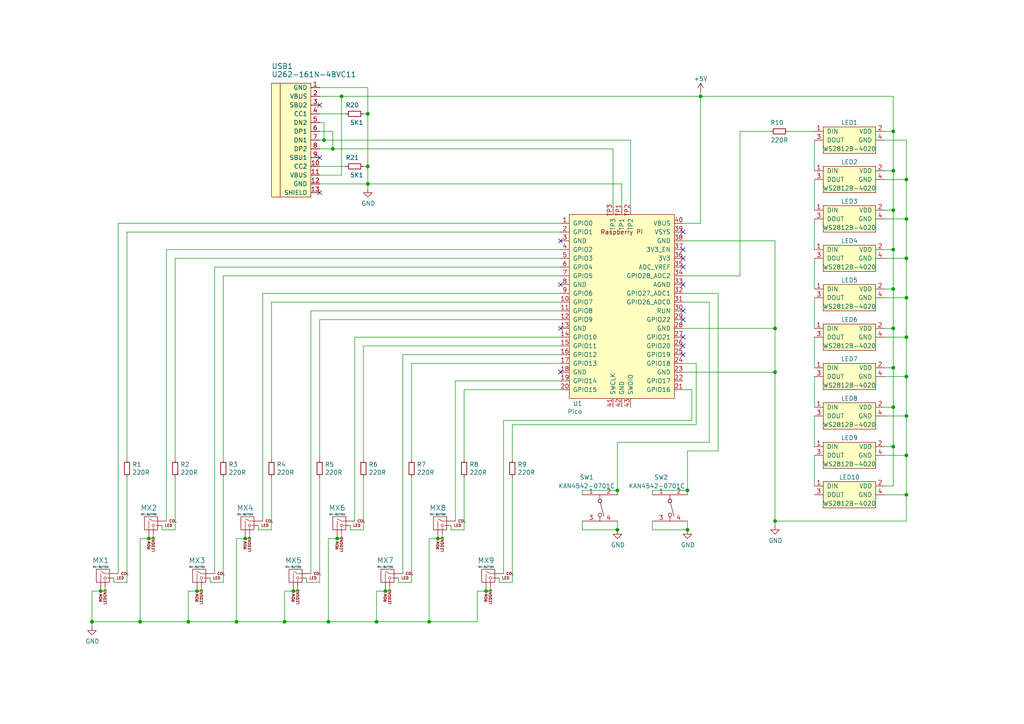
<source format=kicad_sch>
(kicad_sch (version 20211123) (generator eeschema)

  (uuid 2e3f5573-c264-4a8b-a2f0-0e6473d39aad)

  (paper "A4")

  (lib_symbols
    (symbol "Device:R_Small" (pin_numbers hide) (pin_names (offset 0.254) hide) (in_bom yes) (on_board yes)
      (property "Reference" "R" (id 0) (at 0.762 0.508 0)
        (effects (font (size 1.27 1.27)) (justify left))
      )
      (property "Value" "R_Small" (id 1) (at 0.762 -1.016 0)
        (effects (font (size 1.27 1.27)) (justify left))
      )
      (property "Footprint" "" (id 2) (at 0 0 0)
        (effects (font (size 1.27 1.27)) hide)
      )
      (property "Datasheet" "~" (id 3) (at 0 0 0)
        (effects (font (size 1.27 1.27)) hide)
      )
      (property "ki_keywords" "R resistor" (id 4) (at 0 0 0)
        (effects (font (size 1.27 1.27)) hide)
      )
      (property "ki_description" "Resistor, small symbol" (id 5) (at 0 0 0)
        (effects (font (size 1.27 1.27)) hide)
      )
      (property "ki_fp_filters" "R_*" (id 6) (at 0 0 0)
        (effects (font (size 1.27 1.27)) hide)
      )
      (symbol "R_Small_0_1"
        (rectangle (start -0.762 1.778) (end 0.762 -1.778)
          (stroke (width 0.2032) (type default) (color 0 0 0 0))
          (fill (type none))
        )
      )
      (symbol "R_Small_1_1"
        (pin passive line (at 0 2.54 270) (length 0.762)
          (name "~" (effects (font (size 1.27 1.27))))
          (number "1" (effects (font (size 1.27 1.27))))
        )
        (pin passive line (at 0 -2.54 90) (length 0.762)
          (name "~" (effects (font (size 1.27 1.27))))
          (number "2" (effects (font (size 1.27 1.27))))
        )
      )
    )
    (symbol "K2-1102SP-C4SC-04:K2-1102SP-C4SC-04" (pin_names (offset 0) hide) (in_bom yes) (on_board yes)
      (property "Reference" "SW" (id 0) (at 3.81 0 90)
        (effects (font (size 1.27 1.27)))
      )
      (property "Value" "K2-1102SP-C4SC-04" (id 1) (at 0 6.35 0)
        (effects (font (size 1.27 1.27)))
      )
      (property "Footprint" "" (id 2) (at 0 0 90)
        (effects (font (size 1.27 1.27)) hide)
      )
      (property "Datasheet" "~" (id 3) (at 0 0 90)
        (effects (font (size 1.27 1.27)) hide)
      )
      (property "ki_keywords" "dip switch" (id 4) (at 0 0 0)
        (effects (font (size 1.27 1.27)) hide)
      )
      (property "ki_description" "1x DIP Switch, Single Pole Single Throw (SPST) switch, small symbol" (id 5) (at 0 0 0)
        (effects (font (size 1.27 1.27)) hide)
      )
      (property "ki_fp_filters" "SW?DIP?x1*" (id 6) (at 0 0 0)
        (effects (font (size 1.27 1.27)) hide)
      )
      (symbol "K2-1102SP-C4SC-04_0_0"
        (circle (center 0 -2.032) (radius 0.508)
          (stroke (width 0) (type default) (color 0 0 0 0))
          (fill (type none))
        )
        (polyline
          (pts
            (xy 0.127 1.524)
            (xy 1.1684 -2.3622)
          )
          (stroke (width 0) (type default) (color 0 0 0 0))
          (fill (type none))
        )
        (circle (center 0 2.032) (radius 0.508)
          (stroke (width 0) (type default) (color 0 0 0 0))
          (fill (type none))
        )
        (circle (center 0 2.032) (radius 0.508)
          (stroke (width 0) (type default) (color 0 0 0 0))
          (fill (type none))
        )
      )
      (symbol "K2-1102SP-C4SC-04_0_1"
        (polyline
          (pts
            (xy 0 -2.54)
            (xy 0 -3.81)
          )
          (stroke (width 0) (type default) (color 0 0 0 0))
          (fill (type none))
        )
        (polyline
          (pts
            (xy 0 3.81)
            (xy 0 2.54)
          )
          (stroke (width 0) (type default) (color 0 0 0 0))
          (fill (type none))
        )
      )
      (symbol "K2-1102SP-C4SC-04_1_1"
        (pin passive line (at -5.08 3.81 0) (length 5.08)
          (name "~" (effects (font (size 1.27 1.27))))
          (number "1" (effects (font (size 1.27 1.27))))
        )
        (pin passive line (at 5.08 3.81 180) (length 5.08)
          (name "~" (effects (font (size 1.27 1.27))))
          (number "2" (effects (font (size 1.27 1.27))))
        )
        (pin passive line (at -5.08 -3.81 0) (length 5.08)
          (name "~" (effects (font (size 1.27 1.27))))
          (number "3" (effects (font (size 1.27 1.27))))
        )
        (pin passive line (at 5.08 -3.81 180) (length 5.08)
          (name "~" (effects (font (size 1.27 1.27))))
          (number "4" (effects (font (size 1.27 1.27))))
        )
      )
    )
    (symbol "MCU_RaspberryPi_and_Boards:Pico" (pin_names (offset 1.016)) (in_bom yes) (on_board yes)
      (property "Reference" "U" (id 0) (at -13.97 27.94 0)
        (effects (font (size 1.27 1.27)))
      )
      (property "Value" "Pico" (id 1) (at 0 19.05 0)
        (effects (font (size 1.27 1.27)))
      )
      (property "Footprint" "RPi_Pico:RPi_Pico_SMD_TH" (id 2) (at 0 0 90)
        (effects (font (size 1.27 1.27)) hide)
      )
      (property "Datasheet" "" (id 3) (at 0 0 0)
        (effects (font (size 1.27 1.27)) hide)
      )
      (symbol "Pico_0_0"
        (text "Raspberry Pi" (at 0 21.59 0)
          (effects (font (size 1.27 1.27)))
        )
      )
      (symbol "Pico_0_1"
        (rectangle (start -15.24 26.67) (end 15.24 -26.67)
          (stroke (width 0) (type default) (color 0 0 0 0))
          (fill (type background))
        )
      )
      (symbol "Pico_1_1"
        (pin bidirectional line (at -17.78 24.13 0) (length 2.54)
          (name "GPIO0" (effects (font (size 1.27 1.27))))
          (number "1" (effects (font (size 1.27 1.27))))
        )
        (pin bidirectional line (at -17.78 1.27 0) (length 2.54)
          (name "GPIO7" (effects (font (size 1.27 1.27))))
          (number "10" (effects (font (size 1.27 1.27))))
        )
        (pin bidirectional line (at -17.78 -1.27 0) (length 2.54)
          (name "GPIO8" (effects (font (size 1.27 1.27))))
          (number "11" (effects (font (size 1.27 1.27))))
        )
        (pin bidirectional line (at -17.78 -3.81 0) (length 2.54)
          (name "GPIO9" (effects (font (size 1.27 1.27))))
          (number "12" (effects (font (size 1.27 1.27))))
        )
        (pin power_in line (at -17.78 -6.35 0) (length 2.54)
          (name "GND" (effects (font (size 1.27 1.27))))
          (number "13" (effects (font (size 1.27 1.27))))
        )
        (pin bidirectional line (at -17.78 -8.89 0) (length 2.54)
          (name "GPIO10" (effects (font (size 1.27 1.27))))
          (number "14" (effects (font (size 1.27 1.27))))
        )
        (pin bidirectional line (at -17.78 -11.43 0) (length 2.54)
          (name "GPIO11" (effects (font (size 1.27 1.27))))
          (number "15" (effects (font (size 1.27 1.27))))
        )
        (pin bidirectional line (at -17.78 -13.97 0) (length 2.54)
          (name "GPIO12" (effects (font (size 1.27 1.27))))
          (number "16" (effects (font (size 1.27 1.27))))
        )
        (pin bidirectional line (at -17.78 -16.51 0) (length 2.54)
          (name "GPIO13" (effects (font (size 1.27 1.27))))
          (number "17" (effects (font (size 1.27 1.27))))
        )
        (pin power_in line (at -17.78 -19.05 0) (length 2.54)
          (name "GND" (effects (font (size 1.27 1.27))))
          (number "18" (effects (font (size 1.27 1.27))))
        )
        (pin bidirectional line (at -17.78 -21.59 0) (length 2.54)
          (name "GPIO14" (effects (font (size 1.27 1.27))))
          (number "19" (effects (font (size 1.27 1.27))))
        )
        (pin bidirectional line (at -17.78 21.59 0) (length 2.54)
          (name "GPIO1" (effects (font (size 1.27 1.27))))
          (number "2" (effects (font (size 1.27 1.27))))
        )
        (pin bidirectional line (at -17.78 -24.13 0) (length 2.54)
          (name "GPIO15" (effects (font (size 1.27 1.27))))
          (number "20" (effects (font (size 1.27 1.27))))
        )
        (pin bidirectional line (at 17.78 -24.13 180) (length 2.54)
          (name "GPIO16" (effects (font (size 1.27 1.27))))
          (number "21" (effects (font (size 1.27 1.27))))
        )
        (pin bidirectional line (at 17.78 -21.59 180) (length 2.54)
          (name "GPIO17" (effects (font (size 1.27 1.27))))
          (number "22" (effects (font (size 1.27 1.27))))
        )
        (pin power_in line (at 17.78 -19.05 180) (length 2.54)
          (name "GND" (effects (font (size 1.27 1.27))))
          (number "23" (effects (font (size 1.27 1.27))))
        )
        (pin bidirectional line (at 17.78 -16.51 180) (length 2.54)
          (name "GPIO18" (effects (font (size 1.27 1.27))))
          (number "24" (effects (font (size 1.27 1.27))))
        )
        (pin bidirectional line (at 17.78 -13.97 180) (length 2.54)
          (name "GPIO19" (effects (font (size 1.27 1.27))))
          (number "25" (effects (font (size 1.27 1.27))))
        )
        (pin bidirectional line (at 17.78 -11.43 180) (length 2.54)
          (name "GPIO20" (effects (font (size 1.27 1.27))))
          (number "26" (effects (font (size 1.27 1.27))))
        )
        (pin bidirectional line (at 17.78 -8.89 180) (length 2.54)
          (name "GPIO21" (effects (font (size 1.27 1.27))))
          (number "27" (effects (font (size 1.27 1.27))))
        )
        (pin power_in line (at 17.78 -6.35 180) (length 2.54)
          (name "GND" (effects (font (size 1.27 1.27))))
          (number "28" (effects (font (size 1.27 1.27))))
        )
        (pin bidirectional line (at 17.78 -3.81 180) (length 2.54)
          (name "GPIO22" (effects (font (size 1.27 1.27))))
          (number "29" (effects (font (size 1.27 1.27))))
        )
        (pin power_in line (at -17.78 19.05 0) (length 2.54)
          (name "GND" (effects (font (size 1.27 1.27))))
          (number "3" (effects (font (size 1.27 1.27))))
        )
        (pin input line (at 17.78 -1.27 180) (length 2.54)
          (name "RUN" (effects (font (size 1.27 1.27))))
          (number "30" (effects (font (size 1.27 1.27))))
        )
        (pin bidirectional line (at 17.78 1.27 180) (length 2.54)
          (name "GPIO26_ADC0" (effects (font (size 1.27 1.27))))
          (number "31" (effects (font (size 1.27 1.27))))
        )
        (pin bidirectional line (at 17.78 3.81 180) (length 2.54)
          (name "GPIO27_ADC1" (effects (font (size 1.27 1.27))))
          (number "32" (effects (font (size 1.27 1.27))))
        )
        (pin power_in line (at 17.78 6.35 180) (length 2.54)
          (name "AGND" (effects (font (size 1.27 1.27))))
          (number "33" (effects (font (size 1.27 1.27))))
        )
        (pin bidirectional line (at 17.78 8.89 180) (length 2.54)
          (name "GPIO28_ADC2" (effects (font (size 1.27 1.27))))
          (number "34" (effects (font (size 1.27 1.27))))
        )
        (pin unspecified line (at 17.78 11.43 180) (length 2.54)
          (name "ADC_VREF" (effects (font (size 1.27 1.27))))
          (number "35" (effects (font (size 1.27 1.27))))
        )
        (pin unspecified line (at 17.78 13.97 180) (length 2.54)
          (name "3V3" (effects (font (size 1.27 1.27))))
          (number "36" (effects (font (size 1.27 1.27))))
        )
        (pin input line (at 17.78 16.51 180) (length 2.54)
          (name "3V3_EN" (effects (font (size 1.27 1.27))))
          (number "37" (effects (font (size 1.27 1.27))))
        )
        (pin bidirectional line (at 17.78 19.05 180) (length 2.54)
          (name "GND" (effects (font (size 1.27 1.27))))
          (number "38" (effects (font (size 1.27 1.27))))
        )
        (pin unspecified line (at 17.78 21.59 180) (length 2.54)
          (name "VSYS" (effects (font (size 1.27 1.27))))
          (number "39" (effects (font (size 1.27 1.27))))
        )
        (pin bidirectional line (at -17.78 16.51 0) (length 2.54)
          (name "GPIO2" (effects (font (size 1.27 1.27))))
          (number "4" (effects (font (size 1.27 1.27))))
        )
        (pin unspecified line (at 17.78 24.13 180) (length 2.54)
          (name "VBUS" (effects (font (size 1.27 1.27))))
          (number "40" (effects (font (size 1.27 1.27))))
        )
        (pin input line (at -2.54 -29.21 90) (length 2.54)
          (name "SWCLK" (effects (font (size 1.27 1.27))))
          (number "41" (effects (font (size 1.27 1.27))))
        )
        (pin power_in line (at 0 -29.21 90) (length 2.54)
          (name "GND" (effects (font (size 1.27 1.27))))
          (number "42" (effects (font (size 1.27 1.27))))
        )
        (pin bidirectional line (at 2.54 -29.21 90) (length 2.54)
          (name "SWDIO" (effects (font (size 1.27 1.27))))
          (number "43" (effects (font (size 1.27 1.27))))
        )
        (pin bidirectional line (at -17.78 13.97 0) (length 2.54)
          (name "GPIO3" (effects (font (size 1.27 1.27))))
          (number "5" (effects (font (size 1.27 1.27))))
        )
        (pin bidirectional line (at -17.78 11.43 0) (length 2.54)
          (name "GPIO4" (effects (font (size 1.27 1.27))))
          (number "6" (effects (font (size 1.27 1.27))))
        )
        (pin bidirectional line (at -17.78 8.89 0) (length 2.54)
          (name "GPIO5" (effects (font (size 1.27 1.27))))
          (number "7" (effects (font (size 1.27 1.27))))
        )
        (pin power_in line (at -17.78 6.35 0) (length 2.54)
          (name "GND" (effects (font (size 1.27 1.27))))
          (number "8" (effects (font (size 1.27 1.27))))
        )
        (pin bidirectional line (at -17.78 3.81 0) (length 2.54)
          (name "GPIO6" (effects (font (size 1.27 1.27))))
          (number "9" (effects (font (size 1.27 1.27))))
        )
        (pin unspecified line (at 0 29.21 270) (length 2.54)
          (name "TP1" (effects (font (size 1.27 1.27))))
          (number "TP1" (effects (font (size 1.27 1.27))))
        )
        (pin bidirectional line (at 2.54 29.21 270) (length 2.54)
          (name "TP2" (effects (font (size 1.27 1.27))))
          (number "TP2" (effects (font (size 1.27 1.27))))
        )
        (pin bidirectional line (at -2.54 29.21 270) (length 2.54)
          (name "TP3" (effects (font (size 1.27 1.27))))
          (number "TP3" (effects (font (size 1.27 1.27))))
        )
      )
    )
    (symbol "MX_Alps_Hybrid:MX-LED" (pin_names (offset 1.016)) (in_bom yes) (on_board yes)
      (property "Reference" "MX" (id 0) (at -0.635 3.81 0)
        (effects (font (size 1.524 1.524)))
      )
      (property "Value" "MX-LED" (id 1) (at -0.635 1.27 0)
        (effects (font (size 0.508 0.508)))
      )
      (property "Footprint" "" (id 2) (at -15.875 -0.635 0)
        (effects (font (size 1.524 1.524)) hide)
      )
      (property "Datasheet" "" (id 3) (at -15.875 -0.635 0)
        (effects (font (size 1.524 1.524)) hide)
      )
      (symbol "MX-LED_0_0"
        (rectangle (start -2.54 2.54) (end 1.27 -1.27)
          (stroke (width 0) (type default) (color 0 0 0 0))
          (fill (type none))
        )
        (polyline
          (pts
            (xy -1.27 -1.27)
            (xy -1.27 1.27)
          )
          (stroke (width 0.127) (type default) (color 0 0 0 0))
          (fill (type none))
        )
        (polyline
          (pts
            (xy 0 -1.27)
            (xy 0 -0.635)
          )
          (stroke (width 0.127) (type default) (color 0 0 0 0))
          (fill (type none))
        )
        (polyline
          (pts
            (xy 1.27 0)
            (xy 0.635 0)
          )
          (stroke (width 0.127) (type default) (color 0 0 0 0))
          (fill (type none))
        )
        (polyline
          (pts
            (xy 1.27 1.27)
            (xy 0 1.27)
            (xy -1.27 1.905)
          )
          (stroke (width 0.127) (type default) (color 0 0 0 0))
          (fill (type none))
        )
        (circle (center 0 0) (radius 0.3556)
          (stroke (width 0.127) (type default) (color 0 0 0 0))
          (fill (type none))
        )
        (text "COL" (at 5.715 1.27 0)
          (effects (font (size 0.762 0.762)))
        )
        (text "LED" (at 4.445 0 0)
          (effects (font (size 0.762 0.762)))
        )
        (text "ROW" (at -1.27 -4.445 900)
          (effects (font (size 0.762 0.762)) (justify right))
        )
      )
      (symbol "MX-LED_1_0"
        (text "LEDGND" (at 0 -3.175 900)
          (effects (font (size 0.762 0.762)) (justify right))
        )
      )
      (symbol "MX-LED_1_1"
        (pin passive line (at 3.81 1.27 180) (length 2.54)
          (name "COL" (effects (font (size 0 0))))
          (number "1" (effects (font (size 0 0))))
        )
        (pin passive line (at -1.27 -3.81 90) (length 2.54)
          (name "ROW" (effects (font (size 0 0))))
          (number "2" (effects (font (size 0 0))))
        )
        (pin input line (at 2.54 0 180) (length 1.27)
          (name "LED" (effects (font (size 0 0))))
          (number "3" (effects (font (size 0 0))))
        )
        (pin passive line (at 0 -2.54 90) (length 1.27)
          (name "LEDGND" (effects (font (size 0 0))))
          (number "4" (effects (font (size 0 0))))
        )
      )
    )
    (symbol "Type-C:HRO-TYPE-C-31-M-12" (pin_names (offset 1.016)) (in_bom yes) (on_board yes)
      (property "Reference" "USB" (id 0) (at -5.08 16.51 0)
        (effects (font (size 1.524 1.524)))
      )
      (property "Value" "HRO-TYPE-C-31-M-12" (id 1) (at -10.16 -1.27 90)
        (effects (font (size 1.524 1.524)))
      )
      (property "Footprint" "" (id 2) (at 0 0 0)
        (effects (font (size 1.524 1.524)) hide)
      )
      (property "Datasheet" "" (id 3) (at 0 0 0)
        (effects (font (size 1.524 1.524)) hide)
      )
      (symbol "HRO-TYPE-C-31-M-12_0_1"
        (rectangle (start -11.43 15.24) (end -8.89 -17.78)
          (stroke (width 0) (type default) (color 0 0 0 0))
          (fill (type background))
        )
        (rectangle (start 0 -17.78) (end -8.89 15.24)
          (stroke (width 0) (type default) (color 0 0 0 0))
          (fill (type background))
        )
      )
      (symbol "HRO-TYPE-C-31-M-12_1_1"
        (pin input line (at 2.54 13.97 180) (length 2.54)
          (name "GND" (effects (font (size 1.27 1.27))))
          (number "1" (effects (font (size 1.27 1.27))))
        )
        (pin input line (at 2.54 -8.89 180) (length 2.54)
          (name "CC2" (effects (font (size 1.27 1.27))))
          (number "10" (effects (font (size 1.27 1.27))))
        )
        (pin input line (at 2.54 -11.43 180) (length 2.54)
          (name "VBUS" (effects (font (size 1.27 1.27))))
          (number "11" (effects (font (size 1.27 1.27))))
        )
        (pin input line (at 2.54 -13.97 180) (length 2.54)
          (name "GND" (effects (font (size 1.27 1.27))))
          (number "12" (effects (font (size 1.27 1.27))))
        )
        (pin input line (at 2.54 -16.51 180) (length 2.54)
          (name "SHIELD" (effects (font (size 1.27 1.27))))
          (number "13" (effects (font (size 1.27 1.27))))
        )
        (pin input line (at 2.54 11.43 180) (length 2.54)
          (name "VBUS" (effects (font (size 1.27 1.27))))
          (number "2" (effects (font (size 1.27 1.27))))
        )
        (pin input line (at 2.54 8.89 180) (length 2.54)
          (name "SBU2" (effects (font (size 1.27 1.27))))
          (number "3" (effects (font (size 1.27 1.27))))
        )
        (pin input line (at 2.54 6.35 180) (length 2.54)
          (name "CC1" (effects (font (size 1.27 1.27))))
          (number "4" (effects (font (size 1.27 1.27))))
        )
        (pin input line (at 2.54 3.81 180) (length 2.54)
          (name "DN2" (effects (font (size 1.27 1.27))))
          (number "5" (effects (font (size 1.27 1.27))))
        )
        (pin input line (at 2.54 1.27 180) (length 2.54)
          (name "DP1" (effects (font (size 1.27 1.27))))
          (number "6" (effects (font (size 1.27 1.27))))
        )
        (pin input line (at 2.54 -1.27 180) (length 2.54)
          (name "DN1" (effects (font (size 1.27 1.27))))
          (number "7" (effects (font (size 1.27 1.27))))
        )
        (pin input line (at 2.54 -3.81 180) (length 2.54)
          (name "DP2" (effects (font (size 1.27 1.27))))
          (number "8" (effects (font (size 1.27 1.27))))
        )
        (pin input line (at 2.54 -6.35 180) (length 2.54)
          (name "SBU1" (effects (font (size 1.27 1.27))))
          (number "9" (effects (font (size 1.27 1.27))))
        )
      )
    )
    (symbol "agg-kicad:WS2812B-4020" (pin_names (offset 1.016)) (in_bom yes) (on_board yes)
      (property "Reference" "LED" (id 0) (at -7.62 5.08 0)
        (effects (font (size 1.27 1.27)) (justify left))
      )
      (property "Value" "WS2812B-4020" (id 1) (at -7.62 -5.08 0)
        (effects (font (size 1.27 1.27)) (justify left))
      )
      (property "Footprint" "agg:WS2812B-4020" (id 2) (at -7.62 -7.62 0)
        (effects (font (size 1.27 1.27)) (justify left) hide)
      )
      (property "Datasheet" "https://datasheet.lcsc.com/szlcsc/2012110135_Worldsemi-WS2812B-4020_C965557.pdf" (id 3) (at -7.62 -10.16 0)
        (effects (font (size 1.27 1.27)) (justify left) hide)
      )
      (property "ki_description" "Side-view RGB LED" (id 4) (at 0 0 0)
        (effects (font (size 1.27 1.27)) hide)
      )
      (symbol "WS2812B-4020_0_0"
        (pin input line (at 10.16 2.54 180) (length 2.54)
          (name "DIN" (effects (font (size 1.27 1.27))))
          (number "1" (effects (font (size 1.27 1.27))))
        )
        (pin power_in line (at -10.16 2.54 0) (length 2.54)
          (name "VDD" (effects (font (size 1.27 1.27))))
          (number "2" (effects (font (size 1.27 1.27))))
        )
        (pin output line (at 10.16 0 180) (length 2.54)
          (name "DOUT" (effects (font (size 1.27 1.27))))
          (number "3" (effects (font (size 1.27 1.27))))
        )
        (pin power_in line (at -10.16 0 0) (length 2.54)
          (name "GND" (effects (font (size 1.27 1.27))))
          (number "4" (effects (font (size 1.27 1.27))))
        )
      )
      (symbol "WS2812B-4020_0_1"
        (rectangle (start -7.62 3.81) (end 7.62 -3.81)
          (stroke (width 0) (type default) (color 0 0 0 0))
          (fill (type background))
        )
      )
    )
    (symbol "power:+5V" (power) (pin_names (offset 0)) (in_bom yes) (on_board yes)
      (property "Reference" "#PWR" (id 0) (at 0 -3.81 0)
        (effects (font (size 1.27 1.27)) hide)
      )
      (property "Value" "+5V" (id 1) (at 0 3.556 0)
        (effects (font (size 1.27 1.27)))
      )
      (property "Footprint" "" (id 2) (at 0 0 0)
        (effects (font (size 1.27 1.27)) hide)
      )
      (property "Datasheet" "" (id 3) (at 0 0 0)
        (effects (font (size 1.27 1.27)) hide)
      )
      (property "ki_keywords" "power-flag" (id 4) (at 0 0 0)
        (effects (font (size 1.27 1.27)) hide)
      )
      (property "ki_description" "Power symbol creates a global label with name \"+5V\"" (id 5) (at 0 0 0)
        (effects (font (size 1.27 1.27)) hide)
      )
      (symbol "+5V_0_1"
        (polyline
          (pts
            (xy -0.762 1.27)
            (xy 0 2.54)
          )
          (stroke (width 0) (type default) (color 0 0 0 0))
          (fill (type none))
        )
        (polyline
          (pts
            (xy 0 0)
            (xy 0 2.54)
          )
          (stroke (width 0) (type default) (color 0 0 0 0))
          (fill (type none))
        )
        (polyline
          (pts
            (xy 0 2.54)
            (xy 0.762 1.27)
          )
          (stroke (width 0) (type default) (color 0 0 0 0))
          (fill (type none))
        )
      )
      (symbol "+5V_1_1"
        (pin power_in line (at 0 0 90) (length 0) hide
          (name "+5V" (effects (font (size 1.27 1.27))))
          (number "1" (effects (font (size 1.27 1.27))))
        )
      )
    )
    (symbol "power:GND" (power) (pin_names (offset 0)) (in_bom yes) (on_board yes)
      (property "Reference" "#PWR" (id 0) (at 0 -6.35 0)
        (effects (font (size 1.27 1.27)) hide)
      )
      (property "Value" "GND" (id 1) (at 0 -3.81 0)
        (effects (font (size 1.27 1.27)))
      )
      (property "Footprint" "" (id 2) (at 0 0 0)
        (effects (font (size 1.27 1.27)) hide)
      )
      (property "Datasheet" "" (id 3) (at 0 0 0)
        (effects (font (size 1.27 1.27)) hide)
      )
      (property "ki_keywords" "power-flag" (id 4) (at 0 0 0)
        (effects (font (size 1.27 1.27)) hide)
      )
      (property "ki_description" "Power symbol creates a global label with name \"GND\" , ground" (id 5) (at 0 0 0)
        (effects (font (size 1.27 1.27)) hide)
      )
      (symbol "GND_0_1"
        (polyline
          (pts
            (xy 0 0)
            (xy 0 -1.27)
            (xy 1.27 -1.27)
            (xy 0 -2.54)
            (xy -1.27 -1.27)
            (xy 0 -1.27)
          )
          (stroke (width 0) (type default) (color 0 0 0 0))
          (fill (type none))
        )
      )
      (symbol "GND_1_1"
        (pin power_in line (at 0 0 270) (length 0) hide
          (name "GND" (effects (font (size 1.27 1.27))))
          (number "1" (effects (font (size 1.27 1.27))))
        )
      )
    )
  )

  (junction (at 109.22 180.34) (diameter 0) (color 0 0 0 0)
    (uuid 047876be-17c5-4ec7-b04a-c75abeb87954)
  )
  (junction (at 40.64 180.34) (diameter 0) (color 0 0 0 0)
    (uuid 0561d99a-20a8-47a9-972f-186eb804f9f2)
  )
  (junction (at 96.52 43.18) (diameter 0) (color 0 0 0 0)
    (uuid 0de7844b-b2a8-433f-9d7c-4352bce4fd90)
  )
  (junction (at 262.89 86.36) (diameter 0) (color 0 0 0 0)
    (uuid 0f144a98-0daf-48bc-95ea-2358822d8962)
  )
  (junction (at 111.76 171.45) (diameter 0) (color 0 0 0 0)
    (uuid 10e124ba-5c46-4c0f-b09b-4fa7b10c95d8)
  )
  (junction (at 97.79 156.21) (diameter 0) (color 0 0 0 0)
    (uuid 12a1f68d-9d50-4715-97c3-df0b69bc5f86)
  )
  (junction (at 262.89 97.79) (diameter 0) (color 0 0 0 0)
    (uuid 136a6660-7a3e-4eb6-9e12-0e355d76aa45)
  )
  (junction (at 179.07 142.24) (diameter 0) (color 0 0 0 0)
    (uuid 13b107dd-deda-419c-b717-2a459a8e9816)
  )
  (junction (at 203.2 27.94) (diameter 0) (color 0 0 0 0)
    (uuid 13cf9dda-96b5-48f8-8f55-4fbc349c6134)
  )
  (junction (at 68.58 180.34) (diameter 0) (color 0 0 0 0)
    (uuid 340335b1-8a28-4438-b1d5-dee6a592a8f6)
  )
  (junction (at 259.08 60.96) (diameter 0) (color 0 0 0 0)
    (uuid 3b33c766-34cc-4ad5-9ed7-7678e3dd223c)
  )
  (junction (at 199.39 142.24) (diameter 0) (color 0 0 0 0)
    (uuid 46c9a4d4-569c-425d-ade7-6723ceeb4130)
  )
  (junction (at 259.08 106.68) (diameter 0) (color 0 0 0 0)
    (uuid 4ec8afad-97d0-4b9f-9d5e-cba9d8d3ce05)
  )
  (junction (at 259.08 49.53) (diameter 0) (color 0 0 0 0)
    (uuid 5ca57e43-17aa-4dc7-a535-5b0a2a86fefb)
  )
  (junction (at 95.25 180.34) (diameter 0) (color 0 0 0 0)
    (uuid 5ea90bee-3e7b-4385-a694-6654106671ff)
  )
  (junction (at 262.89 143.51) (diameter 0) (color 0 0 0 0)
    (uuid 5fb856a9-9d93-440c-b424-d56f26e2dc72)
  )
  (junction (at 99.06 27.94) (diameter 0) (color 0 0 0 0)
    (uuid 635de3db-1c45-4de8-ab43-61dca99930bf)
  )
  (junction (at 262.89 74.93) (diameter 0) (color 0 0 0 0)
    (uuid 699de38c-cc67-438e-b706-270bc43ffd0f)
  )
  (junction (at 106.68 53.34) (diameter 0) (color 0 0 0 0)
    (uuid 7105036b-408b-44b3-9168-36ebb2978052)
  )
  (junction (at 262.89 109.22) (diameter 0) (color 0 0 0 0)
    (uuid 74fa6392-2e67-4d0a-958b-48e127294a2a)
  )
  (junction (at 26.67 180.34) (diameter 0) (color 0 0 0 0)
    (uuid 77c6ba3b-cff3-44cf-8ce5-1247b28397ab)
  )
  (junction (at 259.08 129.54) (diameter 0) (color 0 0 0 0)
    (uuid 7fb05799-31a3-4f31-a249-5474dd202dab)
  )
  (junction (at 54.61 180.34) (diameter 0) (color 0 0 0 0)
    (uuid 81b762db-e135-47e8-9406-bc959aa95a6f)
  )
  (junction (at 179.07 153.67) (diameter 0) (color 0 0 0 0)
    (uuid 85c7a47b-92c2-4ff4-83c6-0461edd7ecf4)
  )
  (junction (at 262.89 52.07) (diameter 0) (color 0 0 0 0)
    (uuid 8bcd03bc-f37b-454b-ad9d-3d4bafb89afa)
  )
  (junction (at 43.18 156.21) (diameter 0) (color 0 0 0 0)
    (uuid 8c258b2e-3b62-4a93-ba35-bd63e986a26c)
  )
  (junction (at 259.08 95.25) (diameter 0) (color 0 0 0 0)
    (uuid 90a66604-6671-45bd-abdb-51437f78c039)
  )
  (junction (at 140.97 171.45) (diameter 0) (color 0 0 0 0)
    (uuid 90b283c3-a062-4d50-a8c0-b956eb6dafa2)
  )
  (junction (at 71.12 156.21) (diameter 0) (color 0 0 0 0)
    (uuid 92080729-db1b-4f1b-b8e2-647198114633)
  )
  (junction (at 259.08 72.39) (diameter 0) (color 0 0 0 0)
    (uuid 9662f1cb-c62b-459e-b82b-6d10f2edff08)
  )
  (junction (at 259.08 118.11) (diameter 0) (color 0 0 0 0)
    (uuid 99df6081-65f1-4933-a542-71e1acbcd30e)
  )
  (junction (at 259.08 38.1) (diameter 0) (color 0 0 0 0)
    (uuid 9e28f0a7-fa82-40fa-b6ca-c416cc875456)
  )
  (junction (at 85.09 171.45) (diameter 0) (color 0 0 0 0)
    (uuid 9e8bd065-1936-491f-b438-1323a8b5d18a)
  )
  (junction (at 262.89 132.08) (diameter 0) (color 0 0 0 0)
    (uuid af63e7cf-8b02-424d-8db5-519d3504fde9)
  )
  (junction (at 82.55 180.34) (diameter 0) (color 0 0 0 0)
    (uuid b0bf78ce-c94e-400d-a429-f7a665dc2f8a)
  )
  (junction (at 124.46 180.34) (diameter 0) (color 0 0 0 0)
    (uuid b25e7647-7db5-4607-978a-dab996f62c8c)
  )
  (junction (at 106.68 48.26) (diameter 0) (color 0 0 0 0)
    (uuid b62aa956-9311-4f88-9886-280bb183eeb2)
  )
  (junction (at 259.08 83.82) (diameter 0) (color 0 0 0 0)
    (uuid b8b99d27-16ae-4d1d-beac-153e6628cf0f)
  )
  (junction (at 106.68 33.02) (diameter 0) (color 0 0 0 0)
    (uuid ba37d704-4b6a-4ae5-b6f6-03b00a6bc144)
  )
  (junction (at 127 156.21) (diameter 0) (color 0 0 0 0)
    (uuid ba9b69fe-7ea1-43f1-955c-068ee9855bc8)
  )
  (junction (at 262.89 63.5) (diameter 0) (color 0 0 0 0)
    (uuid baf32123-9c4a-49f9-9770-aadca2898e3f)
  )
  (junction (at 199.39 153.67) (diameter 0) (color 0 0 0 0)
    (uuid bba78a00-d29c-4330-bfed-ac201a4973e2)
  )
  (junction (at 29.21 171.45) (diameter 0) (color 0 0 0 0)
    (uuid e40377cb-261c-4648-af62-47aa7c26b24b)
  )
  (junction (at 224.79 151.13) (diameter 0) (color 0 0 0 0)
    (uuid e6f7d809-05b1-496d-927f-cf193e278202)
  )
  (junction (at 57.15 171.45) (diameter 0) (color 0 0 0 0)
    (uuid e9cd1d9f-aefc-4927-94c3-323b81e3772d)
  )
  (junction (at 224.79 95.25) (diameter 0) (color 0 0 0 0)
    (uuid eb040594-1569-4b81-abeb-13d79c4b83a5)
  )
  (junction (at 262.89 120.65) (diameter 0) (color 0 0 0 0)
    (uuid f6cb26a6-3ad2-45ef-8129-cee40fdc5cbb)
  )
  (junction (at 93.98 40.64) (diameter 0) (color 0 0 0 0)
    (uuid f7b25509-3515-495d-bbeb-3f2c3d815ad2)
  )
  (junction (at 224.79 107.95) (diameter 0) (color 0 0 0 0)
    (uuid fb54ca38-cbd4-415f-87ee-b5e4215fbba8)
  )

  (no_connect (at 92.71 55.88) (uuid 490ed4ff-9da7-4951-bd46-3715875e884c))
  (no_connect (at 92.71 30.48) (uuid 490ed4ff-9da7-4951-bd46-3715875e884d))
  (no_connect (at 92.71 45.72) (uuid 490ed4ff-9da7-4951-bd46-3715875e884e))
  (no_connect (at 198.12 82.55) (uuid 490ed4ff-9da7-4951-bd46-3715875e884f))
  (no_connect (at 198.12 90.17) (uuid 490ed4ff-9da7-4951-bd46-3715875e8850))
  (no_connect (at 198.12 92.71) (uuid 490ed4ff-9da7-4951-bd46-3715875e8851))
  (no_connect (at 198.12 97.79) (uuid 490ed4ff-9da7-4951-bd46-3715875e8852))
  (no_connect (at 198.12 100.33) (uuid 490ed4ff-9da7-4951-bd46-3715875e8853))
  (no_connect (at 198.12 102.87) (uuid 490ed4ff-9da7-4951-bd46-3715875e8854))
  (no_connect (at 198.12 67.31) (uuid 490ed4ff-9da7-4951-bd46-3715875e8855))
  (no_connect (at 198.12 72.39) (uuid 490ed4ff-9da7-4951-bd46-3715875e8856))
  (no_connect (at 198.12 74.93) (uuid 490ed4ff-9da7-4951-bd46-3715875e8857))
  (no_connect (at 198.12 77.47) (uuid 490ed4ff-9da7-4951-bd46-3715875e8858))
  (no_connect (at 162.56 69.85) (uuid 490ed4ff-9da7-4951-bd46-3715875e8859))
  (no_connect (at 162.56 82.55) (uuid 490ed4ff-9da7-4951-bd46-3715875e885a))
  (no_connect (at 162.56 95.25) (uuid 490ed4ff-9da7-4951-bd46-3715875e885b))
  (no_connect (at 162.56 107.95) (uuid 490ed4ff-9da7-4951-bd46-3715875e885c))

  (wire (pts (xy 62.23 77.47) (xy 162.56 77.47))
    (stroke (width 0) (type default) (color 0 0 0 0))
    (uuid 0000d88b-0e59-4343-a9c8-edd8ba26ac14)
  )
  (wire (pts (xy 36.83 67.31) (xy 36.83 133.35))
    (stroke (width 0) (type default) (color 0 0 0 0))
    (uuid 023a3daf-5c2d-47da-88e6-48b357f69450)
  )
  (wire (pts (xy 106.68 25.4) (xy 106.68 33.02))
    (stroke (width 0) (type default) (color 0 0 0 0))
    (uuid 0414fa0d-735b-44d3-8ca2-127253f122a7)
  )
  (wire (pts (xy 179.07 153.67) (xy 179.07 151.13))
    (stroke (width 0) (type default) (color 0 0 0 0))
    (uuid 04aa4525-7b72-4e0e-a1b1-ab0422176507)
  )
  (wire (pts (xy 134.62 113.03) (xy 134.62 133.35))
    (stroke (width 0) (type default) (color 0 0 0 0))
    (uuid 089472e8-470b-465d-b0e3-8dd987c1fa18)
  )
  (wire (pts (xy 168.91 151.13) (xy 168.91 153.67))
    (stroke (width 0) (type default) (color 0 0 0 0))
    (uuid 08f34b82-0df1-49c6-add7-19a806c5939a)
  )
  (wire (pts (xy 198.12 107.95) (xy 224.79 107.95))
    (stroke (width 0) (type default) (color 0 0 0 0))
    (uuid 113a5723-b992-4056-9a1e-c806d23524a5)
  )
  (wire (pts (xy 200.66 113.03) (xy 198.12 113.03))
    (stroke (width 0) (type default) (color 0 0 0 0))
    (uuid 11d928f2-2b1a-4788-b965-7f9a0b243e10)
  )
  (wire (pts (xy 76.2 85.09) (xy 162.56 85.09))
    (stroke (width 0) (type default) (color 0 0 0 0))
    (uuid 1430d12e-dfec-4fc5-9b9f-b70759804ca3)
  )
  (wire (pts (xy 199.39 153.67) (xy 199.39 151.13))
    (stroke (width 0) (type default) (color 0 0 0 0))
    (uuid 14e1300d-8e9c-4c05-85cb-7b473a0dd012)
  )
  (wire (pts (xy 72.39 156.21) (xy 71.12 156.21))
    (stroke (width 0) (type default) (color 0 0 0 0))
    (uuid 15e62609-aa90-40fa-b2a0-edc44f261d2f)
  )
  (wire (pts (xy 115.57 167.64) (xy 115.57 168.91))
    (stroke (width 0) (type default) (color 0 0 0 0))
    (uuid 16157c35-ec31-4039-80f5-ac5a895c1c8d)
  )
  (wire (pts (xy 92.71 40.64) (xy 93.98 40.64))
    (stroke (width 0) (type default) (color 0 0 0 0))
    (uuid 16ab062e-5bc1-4ea9-9246-c8521224509c)
  )
  (wire (pts (xy 256.54 95.25) (xy 259.08 95.25))
    (stroke (width 0) (type default) (color 0 0 0 0))
    (uuid 17b69e9e-3220-4a48-bd5f-3dd915069708)
  )
  (wire (pts (xy 256.54 49.53) (xy 259.08 49.53))
    (stroke (width 0) (type default) (color 0 0 0 0))
    (uuid 17f1b542-4b20-456f-97b7-80a848c0ee0f)
  )
  (wire (pts (xy 113.03 170.18) (xy 113.03 171.45))
    (stroke (width 0) (type default) (color 0 0 0 0))
    (uuid 18c13c73-c4b2-4e9b-9894-b8c7b882c99a)
  )
  (wire (pts (xy 99.06 50.8) (xy 99.06 27.94))
    (stroke (width 0) (type default) (color 0 0 0 0))
    (uuid 19ac1b3a-ed90-456d-b763-f62360202287)
  )
  (wire (pts (xy 259.08 72.39) (xy 259.08 83.82))
    (stroke (width 0) (type default) (color 0 0 0 0))
    (uuid 1a772266-83cf-41b3-a9ad-d187ddb5bc97)
  )
  (wire (pts (xy 236.22 132.08) (xy 236.22 140.97))
    (stroke (width 0) (type default) (color 0 0 0 0))
    (uuid 1bf97d63-1ec8-499c-8ca4-749ffe9bf5aa)
  )
  (wire (pts (xy 224.79 69.85) (xy 224.79 95.25))
    (stroke (width 0) (type default) (color 0 0 0 0))
    (uuid 1d1a95b4-7da5-48cb-ae78-f0d88b02ccc0)
  )
  (wire (pts (xy 256.54 120.65) (xy 262.89 120.65))
    (stroke (width 0) (type default) (color 0 0 0 0))
    (uuid 23519725-eaab-4261-ac7c-41f3ea2bd134)
  )
  (wire (pts (xy 256.54 74.93) (xy 262.89 74.93))
    (stroke (width 0) (type default) (color 0 0 0 0))
    (uuid 261a93be-70bc-4525-b658-644074ae282c)
  )
  (wire (pts (xy 57.15 171.45) (xy 54.61 171.45))
    (stroke (width 0) (type default) (color 0 0 0 0))
    (uuid 278bc8c3-4be6-4f35-8f69-66e7a92cb8ce)
  )
  (wire (pts (xy 214.63 38.1) (xy 223.52 38.1))
    (stroke (width 0) (type default) (color 0 0 0 0))
    (uuid 280969a8-5154-4312-96c3-34c3ee82a2e2)
  )
  (wire (pts (xy 189.23 151.13) (xy 189.23 153.67))
    (stroke (width 0) (type default) (color 0 0 0 0))
    (uuid 2c21acd3-afc0-45ae-aa73-d3cb8240c2a7)
  )
  (wire (pts (xy 198.12 87.63) (xy 205.74 87.63))
    (stroke (width 0) (type default) (color 0 0 0 0))
    (uuid 2d0741e1-5568-4254-8183-fcd7763d1091)
  )
  (wire (pts (xy 256.54 52.07) (xy 262.89 52.07))
    (stroke (width 0) (type default) (color 0 0 0 0))
    (uuid 2dc8a120-31f8-452e-8fb8-ccac4710aa57)
  )
  (wire (pts (xy 109.22 171.45) (xy 109.22 180.34))
    (stroke (width 0) (type default) (color 0 0 0 0))
    (uuid 2ec760d3-e1e2-4e28-bc8d-210ce848c88f)
  )
  (wire (pts (xy 88.9 168.91) (xy 92.71 168.91))
    (stroke (width 0) (type default) (color 0 0 0 0))
    (uuid 30ef9108-3b10-49e0-95d8-d043c494d2c4)
  )
  (wire (pts (xy 99.06 154.94) (xy 99.06 156.21))
    (stroke (width 0) (type default) (color 0 0 0 0))
    (uuid 31aa6df2-3538-424f-b953-8d563355f01b)
  )
  (wire (pts (xy 256.54 83.82) (xy 259.08 83.82))
    (stroke (width 0) (type default) (color 0 0 0 0))
    (uuid 33a978e1-6f7b-4153-8721-0ead6209e1d8)
  )
  (wire (pts (xy 116.84 102.87) (xy 116.84 166.37))
    (stroke (width 0) (type default) (color 0 0 0 0))
    (uuid 34ca39b5-cd14-4c89-8903-a5f4b3c94c9b)
  )
  (wire (pts (xy 162.56 72.39) (xy 48.26 72.39))
    (stroke (width 0) (type default) (color 0 0 0 0))
    (uuid 36d3779a-80a9-4c95-a52e-e1f0b36ad5b4)
  )
  (wire (pts (xy 82.55 171.45) (xy 82.55 180.34))
    (stroke (width 0) (type default) (color 0 0 0 0))
    (uuid 384a89b1-bc1e-41e0-83ad-631b4b178393)
  )
  (wire (pts (xy 177.8 43.18) (xy 96.52 43.18))
    (stroke (width 0) (type default) (color 0 0 0 0))
    (uuid 386065f7-4bd8-491d-b3da-e9ae3442205e)
  )
  (wire (pts (xy 236.22 74.93) (xy 236.22 83.82))
    (stroke (width 0) (type default) (color 0 0 0 0))
    (uuid 386d36ab-3565-42c9-89b5-da8cf855e3a4)
  )
  (wire (pts (xy 119.38 105.41) (xy 162.56 105.41))
    (stroke (width 0) (type default) (color 0 0 0 0))
    (uuid 38bd7440-1ad0-43b0-a976-ed2c0f221d46)
  )
  (wire (pts (xy 101.6 153.67) (xy 105.41 153.67))
    (stroke (width 0) (type default) (color 0 0 0 0))
    (uuid 38f5c9db-888b-4330-a31c-3719eec064b0)
  )
  (wire (pts (xy 259.08 49.53) (xy 259.08 60.96))
    (stroke (width 0) (type default) (color 0 0 0 0))
    (uuid 390c6d1c-e7c5-4c0e-9bea-2929e99bc338)
  )
  (wire (pts (xy 144.78 167.64) (xy 144.78 168.91))
    (stroke (width 0) (type default) (color 0 0 0 0))
    (uuid 390d237c-f4d6-4de6-b3ee-b22c8ea44728)
  )
  (wire (pts (xy 64.77 80.01) (xy 162.56 80.01))
    (stroke (width 0) (type default) (color 0 0 0 0))
    (uuid 3b6efb9b-512b-4e2d-ad53-06465bb37859)
  )
  (wire (pts (xy 146.05 121.92) (xy 146.05 166.37))
    (stroke (width 0) (type default) (color 0 0 0 0))
    (uuid 3ce50d45-bd5a-497c-b753-56066dbe2592)
  )
  (wire (pts (xy 256.54 132.08) (xy 262.89 132.08))
    (stroke (width 0) (type default) (color 0 0 0 0))
    (uuid 3d288a9e-0db7-49a5-acb0-d873059f31d6)
  )
  (wire (pts (xy 168.91 153.67) (xy 179.07 153.67))
    (stroke (width 0) (type default) (color 0 0 0 0))
    (uuid 40659704-48e5-4545-bcc2-7d510f3b9018)
  )
  (wire (pts (xy 101.6 152.4) (xy 101.6 153.67))
    (stroke (width 0) (type default) (color 0 0 0 0))
    (uuid 42c44d53-3a55-4356-ac23-a664cbc49ca5)
  )
  (wire (pts (xy 36.83 138.43) (xy 36.83 168.91))
    (stroke (width 0) (type default) (color 0 0 0 0))
    (uuid 42d37eda-ae00-4ad5-b532-a56be97f291b)
  )
  (wire (pts (xy 71.12 156.21) (xy 68.58 156.21))
    (stroke (width 0) (type default) (color 0 0 0 0))
    (uuid 4309cd4c-c720-481f-8e44-d9e672038ee0)
  )
  (wire (pts (xy 198.12 80.01) (xy 214.63 80.01))
    (stroke (width 0) (type default) (color 0 0 0 0))
    (uuid 43394e59-5ec9-40af-b1d9-429eb209bd67)
  )
  (wire (pts (xy 30.48 170.18) (xy 30.48 171.45))
    (stroke (width 0) (type default) (color 0 0 0 0))
    (uuid 44a1a854-8dbd-4f78-881e-aefb94d9268a)
  )
  (wire (pts (xy 148.59 123.19) (xy 201.93 123.19))
    (stroke (width 0) (type default) (color 0 0 0 0))
    (uuid 46f1e5c7-b890-4013-9bb5-2167ccc672e8)
  )
  (wire (pts (xy 78.74 87.63) (xy 78.74 133.35))
    (stroke (width 0) (type default) (color 0 0 0 0))
    (uuid 473cebf9-383e-4cb1-a10f-4647c99a2253)
  )
  (wire (pts (xy 224.79 151.13) (xy 224.79 152.4))
    (stroke (width 0) (type default) (color 0 0 0 0))
    (uuid 4b45beb2-f05d-4b62-b428-691ed790546f)
  )
  (wire (pts (xy 46.99 152.4) (xy 46.99 153.67))
    (stroke (width 0) (type default) (color 0 0 0 0))
    (uuid 4b47e2a1-71d9-4ee4-96a2-d4092d10f182)
  )
  (wire (pts (xy 44.45 156.21) (xy 43.18 156.21))
    (stroke (width 0) (type default) (color 0 0 0 0))
    (uuid 4c6e0392-4b1f-430a-8af1-8057200867fb)
  )
  (wire (pts (xy 236.22 63.5) (xy 236.22 72.39))
    (stroke (width 0) (type default) (color 0 0 0 0))
    (uuid 50194608-138e-4d3a-8682-12db11ec6961)
  )
  (wire (pts (xy 99.06 156.21) (xy 97.79 156.21))
    (stroke (width 0) (type default) (color 0 0 0 0))
    (uuid 50d259bd-66b3-4cfb-8067-d0831543a4da)
  )
  (wire (pts (xy 262.89 151.13) (xy 262.89 143.51))
    (stroke (width 0) (type default) (color 0 0 0 0))
    (uuid 51fd9fbe-0d5a-4a15-a64a-c2f9e3ff147e)
  )
  (wire (pts (xy 262.89 74.93) (xy 262.89 86.36))
    (stroke (width 0) (type default) (color 0 0 0 0))
    (uuid 52178741-05e9-4811-8b41-5d326d1defca)
  )
  (wire (pts (xy 26.67 181.61) (xy 26.67 180.34))
    (stroke (width 0) (type default) (color 0 0 0 0))
    (uuid 52dc6361-138c-400f-b636-6ccfff39d814)
  )
  (wire (pts (xy 40.64 156.21) (xy 40.64 180.34))
    (stroke (width 0) (type default) (color 0 0 0 0))
    (uuid 52eec019-e0a0-430e-81c7-726998eb8e8f)
  )
  (wire (pts (xy 262.89 97.79) (xy 262.89 109.22))
    (stroke (width 0) (type default) (color 0 0 0 0))
    (uuid 54e1e87c-8006-415b-984b-8f66947e474b)
  )
  (wire (pts (xy 97.79 156.21) (xy 95.25 156.21))
    (stroke (width 0) (type default) (color 0 0 0 0))
    (uuid 55e4fd8d-ecc6-483e-8402-d6df19006bb0)
  )
  (wire (pts (xy 124.46 180.34) (xy 109.22 180.34))
    (stroke (width 0) (type default) (color 0 0 0 0))
    (uuid 56458ac1-ff75-4ff9-8b2c-2e2b12975cd5)
  )
  (wire (pts (xy 262.89 109.22) (xy 262.89 120.65))
    (stroke (width 0) (type default) (color 0 0 0 0))
    (uuid 56b5352c-043f-4c41-a99c-7d1b8c7ce3e5)
  )
  (wire (pts (xy 256.54 72.39) (xy 259.08 72.39))
    (stroke (width 0) (type default) (color 0 0 0 0))
    (uuid 56e7746b-6599-4f5f-a75e-97e45b26318c)
  )
  (wire (pts (xy 119.38 105.41) (xy 119.38 133.35))
    (stroke (width 0) (type default) (color 0 0 0 0))
    (uuid 597fdfa0-0053-44c1-849a-5c66995730cb)
  )
  (wire (pts (xy 262.89 52.07) (xy 262.89 63.5))
    (stroke (width 0) (type default) (color 0 0 0 0))
    (uuid 598274e5-a73c-4b73-aacb-76ebc6060e60)
  )
  (wire (pts (xy 208.28 85.09) (xy 208.28 130.81))
    (stroke (width 0) (type default) (color 0 0 0 0))
    (uuid 59c1c499-b8a5-487c-bf90-53b1910b29e7)
  )
  (wire (pts (xy 105.41 100.33) (xy 162.56 100.33))
    (stroke (width 0) (type default) (color 0 0 0 0))
    (uuid 5aeadb6a-29ae-4d0a-b523-1b7fb976565f)
  )
  (wire (pts (xy 93.98 35.56) (xy 93.98 40.64))
    (stroke (width 0) (type default) (color 0 0 0 0))
    (uuid 5b261ac3-8f63-468e-b484-487afe9aa79c)
  )
  (wire (pts (xy 199.39 142.24) (xy 199.39 143.51))
    (stroke (width 0) (type default) (color 0 0 0 0))
    (uuid 5e14937a-4a9d-42a4-b012-8c5c3eb05939)
  )
  (wire (pts (xy 92.71 92.71) (xy 92.71 133.35))
    (stroke (width 0) (type default) (color 0 0 0 0))
    (uuid 5ec73d42-1b00-4abc-8f12-94c2fc3162df)
  )
  (wire (pts (xy 105.41 138.43) (xy 105.41 153.67))
    (stroke (width 0) (type default) (color 0 0 0 0))
    (uuid 5f0528ef-0727-4da9-bb42-c8bbc5619b62)
  )
  (wire (pts (xy 236.22 52.07) (xy 236.22 60.96))
    (stroke (width 0) (type default) (color 0 0 0 0))
    (uuid 5f7a00ab-cae7-4d6a-9a83-bb78b06c88a6)
  )
  (wire (pts (xy 33.02 167.64) (xy 33.02 168.91))
    (stroke (width 0) (type default) (color 0 0 0 0))
    (uuid 5fc90d00-9cbb-4a27-a242-fef193a1b8ed)
  )
  (wire (pts (xy 182.88 40.64) (xy 93.98 40.64))
    (stroke (width 0) (type default) (color 0 0 0 0))
    (uuid 5fddba5a-8425-4552-a6a9-0b27fc082764)
  )
  (wire (pts (xy 256.54 143.51) (xy 262.89 143.51))
    (stroke (width 0) (type default) (color 0 0 0 0))
    (uuid 619dfbe8-3ba7-4a55-8295-5c2c249172b7)
  )
  (wire (pts (xy 179.07 142.24) (xy 179.07 143.51))
    (stroke (width 0) (type default) (color 0 0 0 0))
    (uuid 637edb54-f222-43cf-9e48-502e42a006e8)
  )
  (wire (pts (xy 26.67 180.34) (xy 26.67 171.45))
    (stroke (width 0) (type default) (color 0 0 0 0))
    (uuid 64f42bcc-936a-47bd-b1b5-72f7c3084ba1)
  )
  (wire (pts (xy 124.46 156.21) (xy 124.46 180.34))
    (stroke (width 0) (type default) (color 0 0 0 0))
    (uuid 658d63e0-ac3f-4460-b60a-2dc707e746b3)
  )
  (wire (pts (xy 72.39 154.94) (xy 72.39 156.21))
    (stroke (width 0) (type default) (color 0 0 0 0))
    (uuid 692fe9c8-152f-4cb7-aa95-c96b4c76b9ed)
  )
  (wire (pts (xy 214.63 38.1) (xy 214.63 80.01))
    (stroke (width 0) (type default) (color 0 0 0 0))
    (uuid 6b30224b-2984-4f53-a2be-e7cb812bc69e)
  )
  (wire (pts (xy 92.71 53.34) (xy 106.68 53.34))
    (stroke (width 0) (type default) (color 0 0 0 0))
    (uuid 6e4be9d8-733f-4fc3-b105-f6d88b50786c)
  )
  (wire (pts (xy 96.52 38.1) (xy 96.52 43.18))
    (stroke (width 0) (type default) (color 0 0 0 0))
    (uuid 6e759866-db1c-42a4-a513-bbd032fed569)
  )
  (wire (pts (xy 228.6 38.1) (xy 236.22 38.1))
    (stroke (width 0) (type default) (color 0 0 0 0))
    (uuid 6ec29c03-38ca-4cca-84a7-b2b9b199a7ff)
  )
  (wire (pts (xy 34.29 64.77) (xy 34.29 166.37))
    (stroke (width 0) (type default) (color 0 0 0 0))
    (uuid 6f4b02c3-fd6d-460f-b5a8-c0a089793546)
  )
  (wire (pts (xy 262.89 63.5) (xy 262.89 74.93))
    (stroke (width 0) (type default) (color 0 0 0 0))
    (uuid 6f960036-4891-4d0b-85ca-431d111ae284)
  )
  (wire (pts (xy 256.54 118.11) (xy 259.08 118.11))
    (stroke (width 0) (type default) (color 0 0 0 0))
    (uuid 70abba08-f1d9-40e4-8ac6-48e372481cc6)
  )
  (wire (pts (xy 46.99 153.67) (xy 50.8 153.67))
    (stroke (width 0) (type default) (color 0 0 0 0))
    (uuid 72760103-f8ab-48a8-8319-7cca31a6ebd5)
  )
  (wire (pts (xy 88.9 167.64) (xy 88.9 168.91))
    (stroke (width 0) (type default) (color 0 0 0 0))
    (uuid 72b2a5e4-d854-4591-815e-f8f0d26af1e0)
  )
  (wire (pts (xy 26.67 171.45) (xy 29.21 171.45))
    (stroke (width 0) (type default) (color 0 0 0 0))
    (uuid 72fe8b00-ea6e-4848-86b8-4da43372dc9e)
  )
  (wire (pts (xy 182.88 59.69) (xy 182.88 40.64))
    (stroke (width 0) (type default) (color 0 0 0 0))
    (uuid 734bbda1-c263-4ee7-ae5a-c31206d1a6ee)
  )
  (wire (pts (xy 64.77 80.01) (xy 64.77 133.35))
    (stroke (width 0) (type default) (color 0 0 0 0))
    (uuid 74ec44d0-af46-49e8-80eb-15d2ae76865d)
  )
  (wire (pts (xy 40.64 180.34) (xy 54.61 180.34))
    (stroke (width 0) (type default) (color 0 0 0 0))
    (uuid 7b6be449-8c4c-4249-b4bc-f6916a0b59a2)
  )
  (wire (pts (xy 180.34 59.69) (xy 180.34 53.34))
    (stroke (width 0) (type default) (color 0 0 0 0))
    (uuid 7b8bb51e-0e0f-4a86-b19b-380ec127aef2)
  )
  (wire (pts (xy 105.41 100.33) (xy 105.41 133.35))
    (stroke (width 0) (type default) (color 0 0 0 0))
    (uuid 7bc2d374-4613-452b-b575-144283ff81e1)
  )
  (wire (pts (xy 262.89 86.36) (xy 262.89 97.79))
    (stroke (width 0) (type default) (color 0 0 0 0))
    (uuid 7e527239-a40f-46b3-b274-f720420c441c)
  )
  (wire (pts (xy 259.08 60.96) (xy 259.08 72.39))
    (stroke (width 0) (type default) (color 0 0 0 0))
    (uuid 7e786d12-d986-49ef-80a0-6ea0303846cc)
  )
  (wire (pts (xy 256.54 38.1) (xy 259.08 38.1))
    (stroke (width 0) (type default) (color 0 0 0 0))
    (uuid 8072c525-ba9c-4b9d-98dc-3d596daf1d29)
  )
  (wire (pts (xy 208.28 130.81) (xy 199.39 130.81))
    (stroke (width 0) (type default) (color 0 0 0 0))
    (uuid 80acfa39-902c-49ad-af2d-5e448b7852b0)
  )
  (wire (pts (xy 138.43 180.34) (xy 124.46 180.34))
    (stroke (width 0) (type default) (color 0 0 0 0))
    (uuid 80b9b55c-a2e2-480c-9564-286f7b0a403e)
  )
  (wire (pts (xy 68.58 180.34) (xy 54.61 180.34))
    (stroke (width 0) (type default) (color 0 0 0 0))
    (uuid 813a993e-c61b-4cb1-9e88-cdbb394a8968)
  )
  (wire (pts (xy 259.08 129.54) (xy 259.08 140.97))
    (stroke (width 0) (type default) (color 0 0 0 0))
    (uuid 82c9b992-b9c5-40fe-a7ec-ac46f8aaab1c)
  )
  (wire (pts (xy 62.23 77.47) (xy 62.23 166.37))
    (stroke (width 0) (type default) (color 0 0 0 0))
    (uuid 83b69317-703b-4599-bfd0-4af94fc13f90)
  )
  (wire (pts (xy 256.54 129.54) (xy 259.08 129.54))
    (stroke (width 0) (type default) (color 0 0 0 0))
    (uuid 8459c4c3-ad30-4ad6-a8be-7cf3f2abc6f0)
  )
  (wire (pts (xy 44.45 154.94) (xy 44.45 156.21))
    (stroke (width 0) (type default) (color 0 0 0 0))
    (uuid 8651c732-64e1-48fe-94ac-35b765f9be2e)
  )
  (wire (pts (xy 201.93 105.41) (xy 201.93 123.19))
    (stroke (width 0) (type default) (color 0 0 0 0))
    (uuid 875511a6-7eb5-4cf5-80a9-7038679709a6)
  )
  (wire (pts (xy 92.71 50.8) (xy 99.06 50.8))
    (stroke (width 0) (type default) (color 0 0 0 0))
    (uuid 8bfe8d33-951c-4b17-a58e-e33b90ef60f1)
  )
  (wire (pts (xy 40.64 156.21) (xy 43.18 156.21))
    (stroke (width 0) (type default) (color 0 0 0 0))
    (uuid 8c926553-852d-4827-9705-8c4c25963d42)
  )
  (wire (pts (xy 99.06 27.94) (xy 203.2 27.94))
    (stroke (width 0) (type default) (color 0 0 0 0))
    (uuid 8d7dbbab-87de-4dcf-9366-a64cbba8e31b)
  )
  (wire (pts (xy 256.54 106.68) (xy 259.08 106.68))
    (stroke (width 0) (type default) (color 0 0 0 0))
    (uuid 8e41d730-0ce3-4a48-8733-6accc1e75b28)
  )
  (wire (pts (xy 259.08 38.1) (xy 259.08 49.53))
    (stroke (width 0) (type default) (color 0 0 0 0))
    (uuid 900ef412-036e-4b21-b57c-b648f4787bd8)
  )
  (wire (pts (xy 262.89 132.08) (xy 262.89 143.51))
    (stroke (width 0) (type default) (color 0 0 0 0))
    (uuid 901f139e-7bce-4ae8-b4bb-72c2cfe9317e)
  )
  (wire (pts (xy 92.71 43.18) (xy 96.52 43.18))
    (stroke (width 0) (type default) (color 0 0 0 0))
    (uuid 918fb36b-e485-4e2a-9838-bfa58903ee54)
  )
  (wire (pts (xy 138.43 171.45) (xy 138.43 180.34))
    (stroke (width 0) (type default) (color 0 0 0 0))
    (uuid 9208b25d-d408-4b12-9200-e6a7a1d51bab)
  )
  (wire (pts (xy 200.66 121.92) (xy 146.05 121.92))
    (stroke (width 0) (type default) (color 0 0 0 0))
    (uuid 933dec20-4080-4479-bc1c-fb273c5ac4b9)
  )
  (wire (pts (xy 236.22 86.36) (xy 236.22 95.25))
    (stroke (width 0) (type default) (color 0 0 0 0))
    (uuid 93c41269-1217-4f56-9944-def4868e9f0d)
  )
  (wire (pts (xy 262.89 120.65) (xy 262.89 132.08))
    (stroke (width 0) (type default) (color 0 0 0 0))
    (uuid 946dcc77-5625-48d4-8047-19f60f988e83)
  )
  (wire (pts (xy 58.42 171.45) (xy 57.15 171.45))
    (stroke (width 0) (type default) (color 0 0 0 0))
    (uuid 94c6f74e-5220-4c8a-9821-8d0b369d75b9)
  )
  (wire (pts (xy 130.81 152.4) (xy 130.81 153.67))
    (stroke (width 0) (type default) (color 0 0 0 0))
    (uuid 9586014c-3dad-49d0-a270-dad03bb615c1)
  )
  (wire (pts (xy 189.23 153.67) (xy 199.39 153.67))
    (stroke (width 0) (type default) (color 0 0 0 0))
    (uuid 95981576-fbc2-498a-9458-a55b6dca439c)
  )
  (wire (pts (xy 76.2 85.09) (xy 76.2 151.13))
    (stroke (width 0) (type default) (color 0 0 0 0))
    (uuid 9734c9d5-d557-4134-af56-4b84dc7f124f)
  )
  (wire (pts (xy 162.56 64.77) (xy 34.29 64.77))
    (stroke (width 0) (type default) (color 0 0 0 0))
    (uuid 979d7ca8-1f49-4ed7-99f9-2886b3094050)
  )
  (wire (pts (xy 142.24 171.45) (xy 140.97 171.45))
    (stroke (width 0) (type default) (color 0 0 0 0))
    (uuid 98bc20db-8ccd-4c08-876c-60ba2e67fcb9)
  )
  (wire (pts (xy 92.71 48.26) (xy 100.33 48.26))
    (stroke (width 0) (type default) (color 0 0 0 0))
    (uuid 98f4a787-5556-474d-b561-78ccbdd0b198)
  )
  (wire (pts (xy 224.79 107.95) (xy 224.79 151.13))
    (stroke (width 0) (type default) (color 0 0 0 0))
    (uuid 9ad79e01-9fb0-420e-a8e1-317305bb8f90)
  )
  (wire (pts (xy 256.54 97.79) (xy 262.89 97.79))
    (stroke (width 0) (type default) (color 0 0 0 0))
    (uuid 9cf0c10b-011e-454b-80f1-af71d13727fe)
  )
  (wire (pts (xy 142.24 170.18) (xy 142.24 171.45))
    (stroke (width 0) (type default) (color 0 0 0 0))
    (uuid 9d4b5c82-7097-4783-b04a-34e5bbe0aaf4)
  )
  (wire (pts (xy 177.8 59.69) (xy 177.8 43.18))
    (stroke (width 0) (type default) (color 0 0 0 0))
    (uuid 9e903441-d848-4715-8dda-42ab2b6af8cd)
  )
  (wire (pts (xy 64.77 138.43) (xy 64.77 168.91))
    (stroke (width 0) (type default) (color 0 0 0 0))
    (uuid 9ec5913c-deab-4f55-bba4-cb67202aab7a)
  )
  (wire (pts (xy 132.08 110.49) (xy 162.56 110.49))
    (stroke (width 0) (type default) (color 0 0 0 0))
    (uuid 9f07e416-b930-4c35-8013-e9f148bf98d3)
  )
  (wire (pts (xy 92.71 33.02) (xy 100.33 33.02))
    (stroke (width 0) (type default) (color 0 0 0 0))
    (uuid 9f99a88e-3c49-43b9-8cc5-225a70a28ac1)
  )
  (wire (pts (xy 189.23 143.51) (xy 189.23 142.24))
    (stroke (width 0) (type default) (color 0 0 0 0))
    (uuid a0e1c336-07fa-4701-a2d5-db3099bc79b5)
  )
  (wire (pts (xy 78.74 87.63) (xy 162.56 87.63))
    (stroke (width 0) (type default) (color 0 0 0 0))
    (uuid a26e8cb6-5e0f-4390-b13e-312b8fb66f78)
  )
  (wire (pts (xy 168.91 142.24) (xy 179.07 142.24))
    (stroke (width 0) (type default) (color 0 0 0 0))
    (uuid a3fd4ed9-517b-4f94-b58f-10d25109b718)
  )
  (wire (pts (xy 236.22 120.65) (xy 236.22 129.54))
    (stroke (width 0) (type default) (color 0 0 0 0))
    (uuid a4f31050-b9e8-44a9-9001-9a61e6e374a4)
  )
  (wire (pts (xy 128.27 156.21) (xy 127 156.21))
    (stroke (width 0) (type default) (color 0 0 0 0))
    (uuid a734d45b-4a8c-464b-af02-c463e3b42ecb)
  )
  (wire (pts (xy 74.93 153.67) (xy 78.74 153.67))
    (stroke (width 0) (type default) (color 0 0 0 0))
    (uuid a829ce92-8965-486d-bc51-d3a03622fc2f)
  )
  (wire (pts (xy 106.68 48.26) (xy 105.41 48.26))
    (stroke (width 0) (type default) (color 0 0 0 0))
    (uuid a87c5a94-b196-4af1-8e66-42d8ff64f710)
  )
  (wire (pts (xy 109.22 180.34) (xy 95.25 180.34))
    (stroke (width 0) (type default) (color 0 0 0 0))
    (uuid a8892d11-acce-4607-9d82-1f4565de3b63)
  )
  (wire (pts (xy 36.83 67.31) (xy 162.56 67.31))
    (stroke (width 0) (type default) (color 0 0 0 0))
    (uuid a8efc631-4824-40a6-b421-615320db0606)
  )
  (wire (pts (xy 180.34 53.34) (xy 106.68 53.34))
    (stroke (width 0) (type default) (color 0 0 0 0))
    (uuid a908c564-dea7-4081-ab26-1f82c7f0bc9b)
  )
  (wire (pts (xy 113.03 171.45) (xy 111.76 171.45))
    (stroke (width 0) (type default) (color 0 0 0 0))
    (uuid a9ecde84-43e3-4743-b8bb-ff5ed1be5b11)
  )
  (wire (pts (xy 58.42 170.18) (xy 58.42 171.45))
    (stroke (width 0) (type default) (color 0 0 0 0))
    (uuid ab0db73c-cf09-482e-a954-f9a44dfa0e9b)
  )
  (wire (pts (xy 259.08 83.82) (xy 259.08 95.25))
    (stroke (width 0) (type default) (color 0 0 0 0))
    (uuid adbba262-4370-4ab8-8979-cec5f961ec16)
  )
  (wire (pts (xy 92.71 25.4) (xy 106.68 25.4))
    (stroke (width 0) (type default) (color 0 0 0 0))
    (uuid aeb05b48-81f8-4699-9a7b-0c7df2ffe9a4)
  )
  (wire (pts (xy 92.71 27.94) (xy 99.06 27.94))
    (stroke (width 0) (type default) (color 0 0 0 0))
    (uuid aed37d6a-2145-4e09-816f-3cd02caa63d1)
  )
  (wire (pts (xy 162.56 97.79) (xy 102.87 97.79))
    (stroke (width 0) (type default) (color 0 0 0 0))
    (uuid afbf4519-41cf-49b1-9bf4-df1d995d2447)
  )
  (wire (pts (xy 236.22 40.64) (xy 236.22 49.53))
    (stroke (width 0) (type default) (color 0 0 0 0))
    (uuid afc37759-996d-49c8-a0f4-d3174a602f11)
  )
  (wire (pts (xy 111.76 171.45) (xy 109.22 171.45))
    (stroke (width 0) (type default) (color 0 0 0 0))
    (uuid b1684683-eb32-406e-bcc3-68da44382461)
  )
  (wire (pts (xy 236.22 109.22) (xy 236.22 118.11))
    (stroke (width 0) (type default) (color 0 0 0 0))
    (uuid b2ea1165-e23e-49ee-be4c-b24fd9e2b5ac)
  )
  (wire (pts (xy 199.39 130.81) (xy 199.39 142.24))
    (stroke (width 0) (type default) (color 0 0 0 0))
    (uuid b509badb-4eb2-4c90-80d1-cb24dc3acd8c)
  )
  (wire (pts (xy 115.57 168.91) (xy 119.38 168.91))
    (stroke (width 0) (type default) (color 0 0 0 0))
    (uuid b5451d59-c942-480a-a7a0-b090af97cc82)
  )
  (wire (pts (xy 256.54 40.64) (xy 262.89 40.64))
    (stroke (width 0) (type default) (color 0 0 0 0))
    (uuid b5c793f0-da60-4fd8-b049-bfa2ed26ee34)
  )
  (wire (pts (xy 60.96 168.91) (xy 64.77 168.91))
    (stroke (width 0) (type default) (color 0 0 0 0))
    (uuid b856f711-e8b5-43ef-8e3d-1b53d505b325)
  )
  (wire (pts (xy 119.38 138.43) (xy 119.38 168.91))
    (stroke (width 0) (type default) (color 0 0 0 0))
    (uuid b889aaf3-ce7c-4a4a-b2d3-79a60c5947f5)
  )
  (wire (pts (xy 224.79 95.25) (xy 224.79 107.95))
    (stroke (width 0) (type default) (color 0 0 0 0))
    (uuid b8ddc2d4-b284-4d48-9546-216b3df00ffe)
  )
  (wire (pts (xy 259.08 106.68) (xy 259.08 118.11))
    (stroke (width 0) (type default) (color 0 0 0 0))
    (uuid b936df1d-2405-4c8c-9ea6-05eb663d390c)
  )
  (wire (pts (xy 162.56 113.03) (xy 134.62 113.03))
    (stroke (width 0) (type default) (color 0 0 0 0))
    (uuid b9e198a0-0b80-4d0c-8071-d797d594b146)
  )
  (wire (pts (xy 256.54 86.36) (xy 262.89 86.36))
    (stroke (width 0) (type default) (color 0 0 0 0))
    (uuid baf75e4e-f967-4572-9f1d-a927c6f38e91)
  )
  (wire (pts (xy 54.61 171.45) (xy 54.61 180.34))
    (stroke (width 0) (type default) (color 0 0 0 0))
    (uuid beac8f14-3681-47a1-bfae-f9c5c02e1db6)
  )
  (wire (pts (xy 86.36 170.18) (xy 86.36 171.45))
    (stroke (width 0) (type default) (color 0 0 0 0))
    (uuid bf732b2f-5f3b-4b9d-b6f6-fa67d82ac53c)
  )
  (wire (pts (xy 262.89 40.64) (xy 262.89 52.07))
    (stroke (width 0) (type default) (color 0 0 0 0))
    (uuid c37c3842-6db6-4fb8-984a-cc95c3f17ac0)
  )
  (wire (pts (xy 128.27 154.94) (xy 128.27 156.21))
    (stroke (width 0) (type default) (color 0 0 0 0))
    (uuid c4989001-36d2-4df0-866a-93fa7eb8b0a0)
  )
  (wire (pts (xy 198.12 69.85) (xy 224.79 69.85))
    (stroke (width 0) (type default) (color 0 0 0 0))
    (uuid c52c8eb1-c93d-450d-8a76-c57a0e8eb778)
  )
  (wire (pts (xy 140.97 171.45) (xy 138.43 171.45))
    (stroke (width 0) (type default) (color 0 0 0 0))
    (uuid c631f346-f39e-4629-a571-519e99a70edf)
  )
  (wire (pts (xy 198.12 95.25) (xy 224.79 95.25))
    (stroke (width 0) (type default) (color 0 0 0 0))
    (uuid c8248b2c-8af4-4b76-b0fb-08eb5d103cb7)
  )
  (wire (pts (xy 90.17 90.17) (xy 162.56 90.17))
    (stroke (width 0) (type default) (color 0 0 0 0))
    (uuid caac3a50-bbd6-4ff7-8b58-465b7cff8b23)
  )
  (wire (pts (xy 106.68 33.02) (xy 106.68 48.26))
    (stroke (width 0) (type default) (color 0 0 0 0))
    (uuid caed7902-fe3d-4c22-8606-9734b4878ba2)
  )
  (wire (pts (xy 236.22 97.79) (xy 236.22 106.68))
    (stroke (width 0) (type default) (color 0 0 0 0))
    (uuid cbd3178b-b1cc-4462-b823-016147b77010)
  )
  (wire (pts (xy 50.8 74.93) (xy 162.56 74.93))
    (stroke (width 0) (type default) (color 0 0 0 0))
    (uuid ccf69fe8-ab1b-4d2e-a8de-8bec55fb79ee)
  )
  (wire (pts (xy 127 156.21) (xy 124.46 156.21))
    (stroke (width 0) (type default) (color 0 0 0 0))
    (uuid cfebae8f-ee30-4b9b-baf6-301e885eca2c)
  )
  (wire (pts (xy 132.08 151.13) (xy 132.08 110.49))
    (stroke (width 0) (type default) (color 0 0 0 0))
    (uuid d0ca355c-6bfe-4f1f-a9ff-6667f0dbe1d9)
  )
  (wire (pts (xy 106.68 53.34) (xy 106.68 54.61))
    (stroke (width 0) (type default) (color 0 0 0 0))
    (uuid d11f3ef6-b499-459c-b153-e377189d5aa9)
  )
  (wire (pts (xy 259.08 27.94) (xy 203.2 27.94))
    (stroke (width 0) (type default) (color 0 0 0 0))
    (uuid d1367d61-6f4a-494a-810d-f3425b889fc7)
  )
  (wire (pts (xy 224.79 151.13) (xy 262.89 151.13))
    (stroke (width 0) (type default) (color 0 0 0 0))
    (uuid d13def9d-e498-44ec-880d-07d6618da3b1)
  )
  (wire (pts (xy 82.55 180.34) (xy 68.58 180.34))
    (stroke (width 0) (type default) (color 0 0 0 0))
    (uuid d2c31b1b-7e3c-4e1c-9778-f93ecf76f6b2)
  )
  (wire (pts (xy 148.59 168.91) (xy 148.59 138.43))
    (stroke (width 0) (type default) (color 0 0 0 0))
    (uuid d2cb134e-fe79-4031-bc0a-de90e324d660)
  )
  (wire (pts (xy 90.17 90.17) (xy 90.17 166.37))
    (stroke (width 0) (type default) (color 0 0 0 0))
    (uuid d440e1ed-bce9-4ab9-b336-7c74e4302553)
  )
  (wire (pts (xy 148.59 133.35) (xy 148.59 123.19))
    (stroke (width 0) (type default) (color 0 0 0 0))
    (uuid d5d09ff3-2539-4c57-8168-1acdc3ae5cb1)
  )
  (wire (pts (xy 92.71 138.43) (xy 92.71 168.91))
    (stroke (width 0) (type default) (color 0 0 0 0))
    (uuid d6167298-ea7e-4a99-9a87-e36610c7a28e)
  )
  (wire (pts (xy 259.08 95.25) (xy 259.08 106.68))
    (stroke (width 0) (type default) (color 0 0 0 0))
    (uuid d798c2d3-c5f3-478d-bb32-ee1f305770db)
  )
  (wire (pts (xy 26.67 180.34) (xy 40.64 180.34))
    (stroke (width 0) (type default) (color 0 0 0 0))
    (uuid d83aba2a-97c9-475d-a396-cb5fdc914771)
  )
  (wire (pts (xy 86.36 171.45) (xy 85.09 171.45))
    (stroke (width 0) (type default) (color 0 0 0 0))
    (uuid d896200d-f205-4969-8297-a7bb439e3e11)
  )
  (wire (pts (xy 68.58 156.21) (xy 68.58 180.34))
    (stroke (width 0) (type default) (color 0 0 0 0))
    (uuid dad26193-b18c-4c62-b50e-d439da03926e)
  )
  (wire (pts (xy 30.48 171.45) (xy 29.21 171.45))
    (stroke (width 0) (type default) (color 0 0 0 0))
    (uuid dcc9e7f8-da4c-4f43-98a2-a5b0365e0925)
  )
  (wire (pts (xy 33.02 168.91) (xy 36.83 168.91))
    (stroke (width 0) (type default) (color 0 0 0 0))
    (uuid ddc2dccd-3eb9-4639-86b2-535b8ea6e308)
  )
  (wire (pts (xy 259.08 38.1) (xy 259.08 27.94))
    (stroke (width 0) (type default) (color 0 0 0 0))
    (uuid dde01fef-927e-410c-9887-af5a83db3411)
  )
  (wire (pts (xy 92.71 92.71) (xy 162.56 92.71))
    (stroke (width 0) (type default) (color 0 0 0 0))
    (uuid de4deac8-b50d-4577-8944-d3d2eab51044)
  )
  (wire (pts (xy 198.12 105.41) (xy 201.93 105.41))
    (stroke (width 0) (type default) (color 0 0 0 0))
    (uuid de57f6a4-f7db-44ca-958e-9c8897b97a93)
  )
  (wire (pts (xy 256.54 63.5) (xy 262.89 63.5))
    (stroke (width 0) (type default) (color 0 0 0 0))
    (uuid de9ac8d8-4c0a-4815-907d-3fe26c85c848)
  )
  (wire (pts (xy 189.23 142.24) (xy 199.39 142.24))
    (stroke (width 0) (type default) (color 0 0 0 0))
    (uuid df15f04f-834f-4bb2-87b3-e4c55309edec)
  )
  (wire (pts (xy 256.54 140.97) (xy 259.08 140.97))
    (stroke (width 0) (type default) (color 0 0 0 0))
    (uuid df7c3005-19f2-4dae-968c-0ddcf429095f)
  )
  (wire (pts (xy 168.91 143.51) (xy 168.91 142.24))
    (stroke (width 0) (type default) (color 0 0 0 0))
    (uuid e01d2d8c-fc70-46d9-a573-3b44bd031cc5)
  )
  (wire (pts (xy 203.2 27.94) (xy 203.2 26.67))
    (stroke (width 0) (type default) (color 0 0 0 0))
    (uuid e209b5d4-46dc-49a5-9991-ff3ce8854194)
  )
  (wire (pts (xy 256.54 60.96) (xy 259.08 60.96))
    (stroke (width 0) (type default) (color 0 0 0 0))
    (uuid e2aabc90-b07f-456e-a2d9-a657d2e071b1)
  )
  (wire (pts (xy 60.96 167.64) (xy 60.96 168.91))
    (stroke (width 0) (type default) (color 0 0 0 0))
    (uuid e4fb0295-228a-4335-9c74-3b4af4004bef)
  )
  (wire (pts (xy 92.71 38.1) (xy 96.52 38.1))
    (stroke (width 0) (type default) (color 0 0 0 0))
    (uuid e5037285-837e-4405-a014-39727aea73c4)
  )
  (wire (pts (xy 106.68 48.26) (xy 106.68 53.34))
    (stroke (width 0) (type default) (color 0 0 0 0))
    (uuid e57363c7-bdc2-4da8-ac35-d5f54bf24884)
  )
  (wire (pts (xy 205.74 128.27) (xy 179.07 128.27))
    (stroke (width 0) (type default) (color 0 0 0 0))
    (uuid eab034ef-968a-47a6-90af-219eb7792e95)
  )
  (wire (pts (xy 50.8 138.43) (xy 50.8 153.67))
    (stroke (width 0) (type default) (color 0 0 0 0))
    (uuid ebcd64b3-4587-4ac4-b907-6812838d1866)
  )
  (wire (pts (xy 92.71 35.56) (xy 93.98 35.56))
    (stroke (width 0) (type default) (color 0 0 0 0))
    (uuid ec2a83d6-f82c-4b24-9f5c-850b303e2908)
  )
  (wire (pts (xy 102.87 97.79) (xy 102.87 151.13))
    (stroke (width 0) (type default) (color 0 0 0 0))
    (uuid ed01d645-7e4b-461f-ad21-08bbf91817ad)
  )
  (wire (pts (xy 162.56 102.87) (xy 116.84 102.87))
    (stroke (width 0) (type default) (color 0 0 0 0))
    (uuid ef090c99-4a63-49ac-9735-d24c305d610a)
  )
  (wire (pts (xy 106.68 33.02) (xy 105.41 33.02))
    (stroke (width 0) (type default) (color 0 0 0 0))
    (uuid ef3b7fb0-4b37-4787-b77c-cdc5d7acb600)
  )
  (wire (pts (xy 130.81 153.67) (xy 134.62 153.67))
    (stroke (width 0) (type default) (color 0 0 0 0))
    (uuid ef3cbcb1-9930-4edd-8689-05c180b99c4b)
  )
  (wire (pts (xy 198.12 64.77) (xy 203.2 64.77))
    (stroke (width 0) (type default) (color 0 0 0 0))
    (uuid efe50b93-0392-4d53-841d-e5b5c24d0207)
  )
  (wire (pts (xy 198.12 85.09) (xy 208.28 85.09))
    (stroke (width 0) (type default) (color 0 0 0 0))
    (uuid f0d18ef5-f9d0-4ee4-adde-5ab87633d2fd)
  )
  (wire (pts (xy 74.93 152.4) (xy 74.93 153.67))
    (stroke (width 0) (type default) (color 0 0 0 0))
    (uuid f26b1b52-16a3-414e-83a4-c0ddae6f41e4)
  )
  (wire (pts (xy 48.26 72.39) (xy 48.26 151.13))
    (stroke (width 0) (type default) (color 0 0 0 0))
    (uuid f3cdaf28-406a-4dd4-81bb-f8f4f2b7a660)
  )
  (wire (pts (xy 256.54 109.22) (xy 262.89 109.22))
    (stroke (width 0) (type default) (color 0 0 0 0))
    (uuid f4242e49-6980-4068-b708-6adea6d3be03)
  )
  (wire (pts (xy 85.09 171.45) (xy 82.55 171.45))
    (stroke (width 0) (type default) (color 0 0 0 0))
    (uuid f46f5467-b544-4cda-ae7c-187bef85bd5f)
  )
  (wire (pts (xy 203.2 27.94) (xy 203.2 64.77))
    (stroke (width 0) (type default) (color 0 0 0 0))
    (uuid f5ca67d5-89f0-4b84-8625-319746f035ba)
  )
  (wire (pts (xy 95.25 156.21) (xy 95.25 180.34))
    (stroke (width 0) (type default) (color 0 0 0 0))
    (uuid f660bb0e-4a4f-4fb2-9de8-73ba7d55f757)
  )
  (wire (pts (xy 50.8 74.93) (xy 50.8 133.35))
    (stroke (width 0) (type default) (color 0 0 0 0))
    (uuid f771526f-3892-4de5-986b-a4690fc2e03a)
  )
  (wire (pts (xy 259.08 118.11) (xy 259.08 129.54))
    (stroke (width 0) (type default) (color 0 0 0 0))
    (uuid f77f1ca8-0c8f-4dec-b831-3d028a0a042a)
  )
  (wire (pts (xy 144.78 168.91) (xy 148.59 168.91))
    (stroke (width 0) (type default) (color 0 0 0 0))
    (uuid f8217999-dde4-4bc1-adee-7ae7a099fdd9)
  )
  (wire (pts (xy 134.62 138.43) (xy 134.62 153.67))
    (stroke (width 0) (type default) (color 0 0 0 0))
    (uuid f9129aa1-e53f-4378-9e56-3519a3f2208a)
  )
  (wire (pts (xy 78.74 138.43) (xy 78.74 153.67))
    (stroke (width 0) (type default) (color 0 0 0 0))
    (uuid f95e929a-6321-4680-817e-267c9d826717)
  )
  (wire (pts (xy 179.07 128.27) (xy 179.07 142.24))
    (stroke (width 0) (type default) (color 0 0 0 0))
    (uuid fe161fb9-e64f-4b8f-b5c0-937e1e233b88)
  )
  (wire (pts (xy 95.25 180.34) (xy 82.55 180.34))
    (stroke (width 0) (type default) (color 0 0 0 0))
    (uuid fef38f5e-e76f-47e7-9dc7-c7adffd0b243)
  )
  (wire (pts (xy 200.66 113.03) (xy 200.66 121.92))
    (stroke (width 0) (type default) (color 0 0 0 0))
    (uuid fefb6a5d-69f8-49df-9e5c-ad0354994d2f)
  )
  (wire (pts (xy 205.74 87.63) (xy 205.74 128.27))
    (stroke (width 0) (type default) (color 0 0 0 0))
    (uuid ff93a68c-a7e5-4761-b1f4-b853b5decf78)
  )

  (symbol (lib_id "MCU_RaspberryPi_and_Boards:Pico") (at 180.34 88.9 0) (unit 1)
    (in_bom yes) (on_board yes)
    (uuid 00000000-0000-0000-0000-000060e7e781)
    (property "Reference" "U1" (id 0) (at 168.91 117.0686 0)
      (effects (font (size 1.27 1.27)) (justify right))
    )
    (property "Value" "Pico" (id 1) (at 168.91 119.38 0)
      (effects (font (size 1.27 1.27)) (justify right))
    )
    (property "Footprint" "MCU_RaspberryPi_and_Boards:RPi_Pico_SMD" (id 2) (at 180.34 88.9 90)
      (effects (font (size 1.27 1.27)) hide)
    )
    (property "Datasheet" "" (id 3) (at 180.34 88.9 0)
      (effects (font (size 1.27 1.27)) hide)
    )
    (pin "1" (uuid a7f9c932-e76c-45db-9cfb-c44f57aa433b))
    (pin "10" (uuid dda350d6-a3ba-48f8-bb2d-fd9501ecfcf2))
    (pin "11" (uuid af549e7a-6416-49e7-9ef0-124c4ebfc55d))
    (pin "12" (uuid 30fed70b-92db-4785-80b9-d64f9327f881))
    (pin "13" (uuid f87bfe77-72ca-4bf7-bd4c-c2189119d31c))
    (pin "14" (uuid ea1727fc-a325-4ffd-9334-f4197c0618e2))
    (pin "15" (uuid 65a0cdcf-41df-4dd7-a233-a3daadfa0ef0))
    (pin "16" (uuid 21e2bd0d-2776-44aa-bb22-9bdfe0a7827a))
    (pin "17" (uuid 82187540-8d5d-42ae-9996-d45819507cf3))
    (pin "18" (uuid f12e3099-4ee2-49e7-a591-3a7f19ce0fef))
    (pin "19" (uuid 7cae0840-d79c-4f09-a499-2a26c0b91c49))
    (pin "2" (uuid 461582f9-0329-4a82-a947-2ae523861408))
    (pin "20" (uuid 4aab2639-be31-46ad-b58b-486214315dc2))
    (pin "21" (uuid d9ef792c-5b45-415e-be37-80d41f547376))
    (pin "22" (uuid d540b218-f65c-4116-9c06-4e5fa3fde9b6))
    (pin "23" (uuid 86eb1b47-6550-4e72-bbfa-315afb80428a))
    (pin "24" (uuid d8616db0-05ae-49ab-a37c-18b563e62d3d))
    (pin "25" (uuid 24f7bd4b-435c-4bac-bd1e-396f43df1523))
    (pin "26" (uuid eea2fc11-3c03-41e5-8ce3-9b064c9cb8e3))
    (pin "27" (uuid fb2ebbac-0210-49a2-ad2c-401ffc7a424e))
    (pin "28" (uuid 04b284dc-0f39-4fd0-bf19-af6d071a24e5))
    (pin "29" (uuid 1ceb60f6-5ff3-44c5-9f69-09b230fb24a3))
    (pin "3" (uuid 3dd55c60-b551-4e60-a5f3-e16fcc712360))
    (pin "30" (uuid ada39178-39f5-4599-912d-e1cc40f2729c))
    (pin "31" (uuid 7ac0e5a6-fe84-4f77-9359-e760e5a9439c))
    (pin "32" (uuid 1df43f86-f997-49c9-8ac3-5a78b22c0e01))
    (pin "33" (uuid a765401f-526c-4bbd-966b-bcabaecec751))
    (pin "34" (uuid a79754d7-7678-4f99-906b-259e9a262eaa))
    (pin "35" (uuid 5924426a-c3ea-4f70-83fd-2c957c269355))
    (pin "36" (uuid 022dcfc1-bacb-433c-b486-5571844244b4))
    (pin "37" (uuid 99e92ddd-7f4b-40a8-869b-551a44ccd420))
    (pin "38" (uuid 4dedb48d-780f-4e43-80fc-50c2afd7cd5b))
    (pin "39" (uuid 1cfeb384-d51f-4784-a56e-3779650f6219))
    (pin "4" (uuid 93960ae7-a4e6-47eb-b62c-2873502abc66))
    (pin "40" (uuid 7e370df2-1f6d-44b0-a1a3-e4a5b28f8059))
    (pin "41" (uuid 12bfae64-da5c-4361-bba6-20f27e1b3cdb))
    (pin "42" (uuid 7039131f-ebeb-4bfa-82d0-52b69d95175e))
    (pin "43" (uuid 7411bd69-765d-4e7a-b2ca-70eadcb325c7))
    (pin "5" (uuid 934d359a-12f7-4d39-8c09-415020737585))
    (pin "6" (uuid ee41ef81-c785-45df-be57-f774bbac137d))
    (pin "7" (uuid 4803c3f2-2f44-4910-ae0a-c675efa25b9f))
    (pin "8" (uuid 67b410ad-8870-49b9-911c-c5d0ccbeb347))
    (pin "9" (uuid 6930022a-8853-4bb4-964a-174d2d558ba7))
    (pin "TP1" (uuid 4b1e02d6-1642-4295-9cc8-816dce6dfb9c))
    (pin "TP2" (uuid 4dfd6e4a-c7fc-48b5-8adb-27b078c2baee))
    (pin "TP3" (uuid 41ea27cb-8da2-4519-b295-028c468371f6))
  )

  (symbol (lib_id "MX_Alps_Hybrid:MX-LED") (at 30.48 167.64 0) (unit 1)
    (in_bom yes) (on_board yes)
    (uuid 00000000-0000-0000-0000-000060e823b8)
    (property "Reference" "MX1" (id 0) (at 29.21 162.56 0)
      (effects (font (size 1.524 1.524)))
    )
    (property "Value" "MX-BUTTON" (id 1) (at 29.21 164.4396 0)
      (effects (font (size 0.508 0.508)))
    )
    (property "Footprint" "MX_Only:MXOnly-Popn_Button-Hotswap-LED" (id 2) (at 14.605 168.275 0)
      (effects (font (size 1.524 1.524)) hide)
    )
    (property "Datasheet" "" (id 3) (at 14.605 168.275 0)
      (effects (font (size 1.524 1.524)) hide)
    )
    (property "LCSC" "C440444" (id 4) (at 30.48 167.64 0)
      (effects (font (size 1.27 1.27)) hide)
    )
    (pin "1" (uuid 78976af3-0889-475e-997c-f284128a58e0))
    (pin "2" (uuid 30de183f-45dd-40ac-81a9-2f44ee43a5b2))
    (pin "3" (uuid 9c98b05e-fe0a-4751-b6f0-99987dc69d03))
    (pin "4" (uuid f9cd46b4-a267-48bc-8e61-352e09c4ee23))
  )

  (symbol (lib_id "MX_Alps_Hybrid:MX-LED") (at 44.45 152.4 0) (unit 1)
    (in_bom yes) (on_board yes)
    (uuid 00000000-0000-0000-0000-000060e841d6)
    (property "Reference" "MX2" (id 0) (at 43.18 147.32 0)
      (effects (font (size 1.524 1.524)))
    )
    (property "Value" "MX-BUTTON" (id 1) (at 43.18 149.1996 0)
      (effects (font (size 0.508 0.508)))
    )
    (property "Footprint" "MX_Only:MXOnly-Popn_Button-Hotswap-LED" (id 2) (at 28.575 153.035 0)
      (effects (font (size 1.524 1.524)) hide)
    )
    (property "Datasheet" "" (id 3) (at 28.575 153.035 0)
      (effects (font (size 1.524 1.524)) hide)
    )
    (property "LCSC" "C26545" (id 4) (at 44.45 152.4 0)
      (effects (font (size 1.27 1.27)) hide)
    )
    (pin "1" (uuid c16e43da-b9ec-408f-8544-4bf009791919))
    (pin "2" (uuid 9aec8f0e-79fa-4bff-acaa-311fd545d7a4))
    (pin "3" (uuid 9ce33f1d-9c0e-4384-a8c3-e2e1a69e4f22))
    (pin "4" (uuid 48916357-ce2e-4561-a24a-770da88fbeb8))
  )

  (symbol (lib_id "MX_Alps_Hybrid:MX-LED") (at 58.42 167.64 0) (unit 1)
    (in_bom yes) (on_board yes)
    (uuid 00000000-0000-0000-0000-000060e84ea8)
    (property "Reference" "MX3" (id 0) (at 57.15 162.56 0)
      (effects (font (size 1.524 1.524)))
    )
    (property "Value" "MX-BUTTON" (id 1) (at 57.15 164.4396 0)
      (effects (font (size 0.508 0.508)))
    )
    (property "Footprint" "MX_Only:MXOnly-Popn_Button-Hotswap-LED" (id 2) (at 42.545 168.275 0)
      (effects (font (size 1.524 1.524)) hide)
    )
    (property "Datasheet" "" (id 3) (at 42.545 168.275 0)
      (effects (font (size 1.524 1.524)) hide)
    )
    (property "LCSC" "C26545" (id 4) (at 58.42 167.64 0)
      (effects (font (size 1.27 1.27)) hide)
    )
    (pin "1" (uuid 723b6fe3-c9f2-44a1-9fc4-864b11ac8051))
    (pin "2" (uuid 78d0ae30-bd3c-49c4-af69-8002a522fb31))
    (pin "3" (uuid 51ea1dfc-6886-4d93-8afa-21fe518e97ba))
    (pin "4" (uuid 033a034b-a5f0-404d-8ec3-1ffcaee6cb3b))
  )

  (symbol (lib_id "MX_Alps_Hybrid:MX-LED") (at 72.39 152.4 0) (unit 1)
    (in_bom yes) (on_board yes)
    (uuid 00000000-0000-0000-0000-000060e85693)
    (property "Reference" "MX4" (id 0) (at 71.12 147.32 0)
      (effects (font (size 1.524 1.524)))
    )
    (property "Value" "MX-BUTTON" (id 1) (at 71.12 149.1996 0)
      (effects (font (size 0.508 0.508)))
    )
    (property "Footprint" "MX_Only:MXOnly-Popn_Button-Hotswap-LED" (id 2) (at 56.515 153.035 0)
      (effects (font (size 1.524 1.524)) hide)
    )
    (property "Datasheet" "" (id 3) (at 56.515 153.035 0)
      (effects (font (size 1.524 1.524)) hide)
    )
    (property "LCSC" "C26545" (id 4) (at 72.39 152.4 0)
      (effects (font (size 1.27 1.27)) hide)
    )
    (pin "1" (uuid 753c13af-1ec4-417d-8c7a-4322d595bae6))
    (pin "2" (uuid 4744ea10-5312-43cb-b939-34303e341681))
    (pin "3" (uuid 69c03fd7-9aa9-4469-bcba-ef6f52e88183))
    (pin "4" (uuid cae31deb-8119-41ba-8e22-0dab433ee5eb))
  )

  (symbol (lib_id "MX_Alps_Hybrid:MX-LED") (at 86.36 167.64 0) (unit 1)
    (in_bom yes) (on_board yes)
    (uuid 00000000-0000-0000-0000-000060e85fe6)
    (property "Reference" "MX5" (id 0) (at 85.09 162.56 0)
      (effects (font (size 1.524 1.524)))
    )
    (property "Value" "MX-BUTTON" (id 1) (at 85.09 164.4396 0)
      (effects (font (size 0.508 0.508)))
    )
    (property "Footprint" "MX_Only:MXOnly-Popn_Button-Hotswap-LED" (id 2) (at 70.485 168.275 0)
      (effects (font (size 1.524 1.524)) hide)
    )
    (property "Datasheet" "" (id 3) (at 70.485 168.275 0)
      (effects (font (size 1.524 1.524)) hide)
    )
    (property "LCSC" "C26545" (id 4) (at 86.36 167.64 0)
      (effects (font (size 1.27 1.27)) hide)
    )
    (pin "1" (uuid 4dd55fb9-f9d3-4ed2-8ed0-dde0150b9e3f))
    (pin "2" (uuid 8af09a4d-fdeb-4897-8a6a-4dc5e248ba3c))
    (pin "3" (uuid 77c13bba-2412-4bb4-ab8b-ca3a7cbd984d))
    (pin "4" (uuid 90ba50d6-db3a-41db-9e70-c2300d3f921b))
  )

  (symbol (lib_id "MX_Alps_Hybrid:MX-LED") (at 99.06 152.4 0) (unit 1)
    (in_bom yes) (on_board yes)
    (uuid 00000000-0000-0000-0000-000060e866af)
    (property "Reference" "MX6" (id 0) (at 97.79 147.32 0)
      (effects (font (size 1.524 1.524)))
    )
    (property "Value" "MX-BUTTON" (id 1) (at 97.79 149.1996 0)
      (effects (font (size 0.508 0.508)))
    )
    (property "Footprint" "MX_Only:MXOnly-Popn_Button-Hotswap-LED" (id 2) (at 83.185 153.035 0)
      (effects (font (size 1.524 1.524)) hide)
    )
    (property "Datasheet" "" (id 3) (at 83.185 153.035 0)
      (effects (font (size 1.524 1.524)) hide)
    )
    (property "LCSC" "C440441" (id 4) (at 99.06 152.4 0)
      (effects (font (size 1.27 1.27)) hide)
    )
    (pin "1" (uuid d44ce99b-b9f7-4ea7-a051-8e4b94a100d1))
    (pin "2" (uuid 921a98d1-4c38-448c-ade0-3d0f8eb7208f))
    (pin "3" (uuid 8a1e8e74-1ee0-4dfb-baa8-7035abee6301))
    (pin "4" (uuid 8a478ab6-1a88-422b-817f-6532b7ffedd3))
  )

  (symbol (lib_id "MX_Alps_Hybrid:MX-LED") (at 113.03 167.64 0) (unit 1)
    (in_bom yes) (on_board yes)
    (uuid 00000000-0000-0000-0000-000060e872a0)
    (property "Reference" "MX7" (id 0) (at 111.76 162.56 0)
      (effects (font (size 1.524 1.524)))
    )
    (property "Value" "MX-BUTTON" (id 1) (at 111.76 164.4396 0)
      (effects (font (size 0.508 0.508)))
    )
    (property "Footprint" "MX_Only:MXOnly-Popn_Button-Hotswap-LED" (id 2) (at 97.155 168.275 0)
      (effects (font (size 1.524 1.524)) hide)
    )
    (property "Datasheet" "" (id 3) (at 97.155 168.275 0)
      (effects (font (size 1.524 1.524)) hide)
    )
    (property "LCSC" "C440441" (id 4) (at 113.03 167.64 0)
      (effects (font (size 1.27 1.27)) hide)
    )
    (pin "1" (uuid 8b7c2b27-b98e-483c-9a2d-25535bd7b821))
    (pin "2" (uuid fb1178be-1dbb-4f98-aa9a-eb98e0421c85))
    (pin "3" (uuid 5ab419b1-cb1d-4873-86ce-60b717a2f19c))
    (pin "4" (uuid c4b9ee45-1ebb-4ec9-8f42-4dab514ce238))
  )

  (symbol (lib_id "Type-C:HRO-TYPE-C-31-M-12") (at 90.17 39.37 0) (unit 1)
    (in_bom yes) (on_board yes)
    (uuid 00000000-0000-0000-0000-000060f9a7f0)
    (property "Reference" "USB1" (id 0) (at 78.74 19.2024 0)
      (effects (font (size 1.524 1.524)) (justify left))
    )
    (property "Value" "U262-161N-4BVC11" (id 1) (at 78.74 21.59 0)
      (effects (font (size 1.524 1.524)) (justify left))
    )
    (property "Footprint" "Type-C:HRO-TYPE-C-31-M-12-Assembly" (id 2) (at 90.17 39.37 0)
      (effects (font (size 1.524 1.524)) hide)
    )
    (property "Datasheet" "" (id 3) (at 90.17 39.37 0)
      (effects (font (size 1.524 1.524)) hide)
    )
    (property "LCSC" "C319148" (id 4) (at 90.17 39.37 90)
      (effects (font (size 1.27 1.27)) hide)
    )
    (pin "1" (uuid 704bdc83-c10a-4862-a0ab-7aab84f16a68))
    (pin "10" (uuid 378d9587-0740-411d-89a2-5f6dfca79fb3))
    (pin "11" (uuid 168ea09c-310a-485e-8a4f-0879b3c769d8))
    (pin "12" (uuid 3bb3e925-fd49-4503-951d-9dd0407dddbb))
    (pin "13" (uuid c433d2da-ca45-4c13-b2d9-44505cf60a0c))
    (pin "2" (uuid 42c1dd7b-e2dc-4c8b-b7ad-5abc1b647b75))
    (pin "3" (uuid 284e82a6-8a9e-4cd5-b546-b26976ad5641))
    (pin "4" (uuid a58ae513-747f-4f61-8fe7-bffea976c2ac))
    (pin "5" (uuid f2c52249-14b5-4b01-a0ff-6206adf0269f))
    (pin "6" (uuid 746789a8-d491-4784-8c37-6ad4eaa6032b))
    (pin "7" (uuid 0f0d8cbc-aedd-4e88-8c85-34a5c9da08a6))
    (pin "8" (uuid 30885586-89c8-40b2-a327-0960deefccc3))
    (pin "9" (uuid 8bc92929-b0b1-449f-ab3d-f121997cbc77))
  )

  (symbol (lib_id "power:GND") (at 106.68 54.61 0) (unit 1)
    (in_bom yes) (on_board yes)
    (uuid 00000000-0000-0000-0000-000060f9e13f)
    (property "Reference" "#PWR0112" (id 0) (at 106.68 60.96 0)
      (effects (font (size 1.27 1.27)) hide)
    )
    (property "Value" "GND" (id 1) (at 106.807 59.0042 0))
    (property "Footprint" "" (id 2) (at 106.68 54.61 0)
      (effects (font (size 1.27 1.27)) hide)
    )
    (property "Datasheet" "" (id 3) (at 106.68 54.61 0)
      (effects (font (size 1.27 1.27)) hide)
    )
    (pin "1" (uuid e3d4e743-5d94-4b1f-877a-deec54e5dda7))
  )

  (symbol (lib_id "power:+5V") (at 203.2 26.67 0) (unit 1)
    (in_bom yes) (on_board yes)
    (uuid 00000000-0000-0000-0000-000060fad45e)
    (property "Reference" "#PWR0114" (id 0) (at 203.2 30.48 0)
      (effects (font (size 1.27 1.27)) hide)
    )
    (property "Value" "+5V" (id 1) (at 203.2 22.86 0))
    (property "Footprint" "" (id 2) (at 203.2 26.67 0)
      (effects (font (size 1.27 1.27)) hide)
    )
    (property "Datasheet" "" (id 3) (at 203.2 26.67 0)
      (effects (font (size 1.27 1.27)) hide)
    )
    (pin "1" (uuid 25f13122-3fda-45b6-ba39-faa2f9934cb5))
  )

  (symbol (lib_id "Device:R_Small") (at 102.87 48.26 90) (unit 1)
    (in_bom yes) (on_board yes)
    (uuid 00000000-0000-0000-0000-000060fbd2ca)
    (property "Reference" "R21" (id 0) (at 104.14 45.72 90)
      (effects (font (size 1.27 1.27)) (justify left))
    )
    (property "Value" "5K1" (id 1) (at 105.41 50.8 90)
      (effects (font (size 1.27 1.27)) (justify left))
    )
    (property "Footprint" "Resistor_SMD:R_0603_1608Metric" (id 2) (at 102.87 48.26 0)
      (effects (font (size 1.27 1.27)) hide)
    )
    (property "Datasheet" "~" (id 3) (at 102.87 48.26 0)
      (effects (font (size 1.27 1.27)) hide)
    )
    (property "LCSC" "C23186" (id 4) (at 102.87 48.26 0)
      (effects (font (size 1.27 1.27)) hide)
    )
    (pin "1" (uuid 8f610b52-ad97-4e6d-bedd-586b91976b1d))
    (pin "2" (uuid b43cbd1e-4af5-40fb-b5dc-e61f84a806dd))
  )

  (symbol (lib_id "Device:R_Small") (at 102.87 33.02 90) (unit 1)
    (in_bom yes) (on_board yes)
    (uuid 00000000-0000-0000-0000-000060fbdf0c)
    (property "Reference" "R20" (id 0) (at 104.14 30.48 90)
      (effects (font (size 1.27 1.27)) (justify left))
    )
    (property "Value" "5K1" (id 1) (at 105.41 35.56 90)
      (effects (font (size 1.27 1.27)) (justify left))
    )
    (property "Footprint" "Resistor_SMD:R_0603_1608Metric" (id 2) (at 102.87 33.02 0)
      (effects (font (size 1.27 1.27)) hide)
    )
    (property "Datasheet" "~" (id 3) (at 102.87 33.02 0)
      (effects (font (size 1.27 1.27)) hide)
    )
    (property "LCSC" "C23186" (id 4) (at 102.87 33.02 0)
      (effects (font (size 1.27 1.27)) hide)
    )
    (pin "1" (uuid 02c2d61d-bd5d-419d-aed9-1e47de5b408f))
    (pin "2" (uuid fefce4cf-0052-455f-8439-c35c9b4d65e9))
  )

  (symbol (lib_id "Device:R_Small") (at 226.06 38.1 90) (unit 1)
    (in_bom yes) (on_board yes)
    (uuid 00000000-0000-0000-0000-0000611da0a6)
    (property "Reference" "R10" (id 0) (at 227.33 35.56 90)
      (effects (font (size 1.27 1.27)) (justify left))
    )
    (property "Value" "220R" (id 1) (at 228.6 40.64 90)
      (effects (font (size 1.27 1.27)) (justify left))
    )
    (property "Footprint" "Resistor_SMD:R_0603_1608Metric" (id 2) (at 226.06 38.1 0)
      (effects (font (size 1.27 1.27)) hide)
    )
    (property "Datasheet" "~" (id 3) (at 226.06 38.1 0)
      (effects (font (size 1.27 1.27)) hide)
    )
    (property "LCSC" "C22962" (id 4) (at 226.06 38.1 0)
      (effects (font (size 1.27 1.27)) hide)
    )
    (pin "1" (uuid 261e9687-9a07-4de4-86ef-dc3956c1ca3b))
    (pin "2" (uuid 2af5d127-416b-4a99-bfb1-d570c4fc6618))
  )

  (symbol (lib_id "K2-1102SP-C4SC-04:K2-1102SP-C4SC-04") (at 173.99 147.32 0) (unit 1)
    (in_bom yes) (on_board yes)
    (uuid 21b49463-8180-4913-bc8e-b5e454cca286)
    (property "Reference" "SW1" (id 0) (at 170.18 138.43 0))
    (property "Value" "KAN4542-0701C" (id 1) (at 170.18 140.97 0))
    (property "Footprint" "K2-1102SP-C4SC-04:KAN4542-0701C" (id 2) (at 173.99 147.32 90)
      (effects (font (size 1.27 1.27)) hide)
    )
    (property "Datasheet" "~" (id 3) (at 173.99 147.32 90)
      (effects (font (size 1.27 1.27)) hide)
    )
    (property "LCSC" "C231726" (id 4) (at 173.99 147.32 0)
      (effects (font (size 1.27 1.27)) hide)
    )
    (pin "1" (uuid 48ec1d92-b229-4dca-a182-0fcca68cacf9))
    (pin "2" (uuid a6c696f3-3822-4e6f-bbaf-fd19d6f05d16))
    (pin "3" (uuid 39153f8e-6a48-4bd4-a6d9-425ecde9f003))
    (pin "4" (uuid 8ffde11d-0474-43aa-a9d9-98727e711538))
  )

  (symbol (lib_id "K2-1102SP-C4SC-04:K2-1102SP-C4SC-04") (at 194.31 147.32 0) (unit 1)
    (in_bom yes) (on_board yes)
    (uuid 2d9ea159-88fe-4e07-90fb-189650280f56)
    (property "Reference" "SW2" (id 0) (at 191.77 138.43 0))
    (property "Value" "KAN4542-0701C" (id 1) (at 190.5 140.97 0))
    (property "Footprint" "K2-1102SP-C4SC-04:KAN4542-0701C" (id 2) (at 194.31 147.32 90)
      (effects (font (size 1.27 1.27)) hide)
    )
    (property "Datasheet" "~" (id 3) (at 194.31 147.32 90)
      (effects (font (size 1.27 1.27)) hide)
    )
    (property "LCSC" "C231726" (id 4) (at 194.31 147.32 0)
      (effects (font (size 1.27 1.27)) hide)
    )
    (pin "1" (uuid dcc03413-7052-49a0-ade4-c535a51af1ae))
    (pin "2" (uuid 565d4b30-5d8a-45e4-af96-d8dae91f5062))
    (pin "3" (uuid aaa77482-0029-459b-b70f-8c06951e5746))
    (pin "4" (uuid a11f50f7-4723-469c-94d7-8b35b102b997))
  )

  (symbol (lib_id "power:GND") (at 224.79 152.4 0) (unit 1)
    (in_bom yes) (on_board yes)
    (uuid 2eccbe09-1d76-4834-a4d6-ea03ee11e057)
    (property "Reference" "#PWR0103" (id 0) (at 224.79 158.75 0)
      (effects (font (size 1.27 1.27)) hide)
    )
    (property "Value" "GND" (id 1) (at 224.917 156.7942 0))
    (property "Footprint" "" (id 2) (at 224.79 152.4 0)
      (effects (font (size 1.27 1.27)) hide)
    )
    (property "Datasheet" "" (id 3) (at 224.79 152.4 0)
      (effects (font (size 1.27 1.27)) hide)
    )
    (pin "1" (uuid a096ef01-08b2-4c3a-8bcc-006875297a34))
  )

  (symbol (lib_id "MX_Alps_Hybrid:MX-LED") (at 142.24 167.64 0) (unit 1)
    (in_bom yes) (on_board yes)
    (uuid 34ec89be-a189-4954-9456-b25767ad1d07)
    (property "Reference" "MX9" (id 0) (at 140.97 162.56 0)
      (effects (font (size 1.524 1.524)))
    )
    (property "Value" "MX-BUTTON" (id 1) (at 140.97 164.4396 0)
      (effects (font (size 0.508 0.508)))
    )
    (property "Footprint" "MX_Only:MXOnly-Popn_Button-Hotswap-LED" (id 2) (at 126.365 168.275 0)
      (effects (font (size 1.524 1.524)) hide)
    )
    (property "Datasheet" "" (id 3) (at 126.365 168.275 0)
      (effects (font (size 1.524 1.524)) hide)
    )
    (property "LCSC" "C440441" (id 4) (at 142.24 167.64 0)
      (effects (font (size 1.27 1.27)) hide)
    )
    (pin "1" (uuid ca8be9fb-eca9-4c62-8348-e5cd3cc7f778))
    (pin "2" (uuid 9747b37e-5d38-4c9d-a022-840ac9c50d6c))
    (pin "3" (uuid 085ee7d2-7eb0-4af2-85f3-eee2166140b3))
    (pin "4" (uuid b809a435-e3c8-456d-8e42-dbfa47ba6375))
  )

  (symbol (lib_id "power:GND") (at 199.39 153.67 0) (unit 1)
    (in_bom yes) (on_board yes)
    (uuid 38555e5b-48ba-4b41-83d6-afd453da7875)
    (property "Reference" "#PWR0104" (id 0) (at 199.39 160.02 0)
      (effects (font (size 1.27 1.27)) hide)
    )
    (property "Value" "GND" (id 1) (at 199.517 158.0642 0))
    (property "Footprint" "" (id 2) (at 199.39 153.67 0)
      (effects (font (size 1.27 1.27)) hide)
    )
    (property "Datasheet" "" (id 3) (at 199.39 153.67 0)
      (effects (font (size 1.27 1.27)) hide)
    )
    (pin "1" (uuid 105de15e-0620-4bc3-91d4-15a230690302))
  )

  (symbol (lib_id "Device:R_Small") (at 78.74 135.89 0) (unit 1)
    (in_bom yes) (on_board yes)
    (uuid 3c5e7d4a-a185-4981-b26d-8e2c0abdc2bd)
    (property "Reference" "R4" (id 0) (at 80.2386 134.7216 0)
      (effects (font (size 1.27 1.27)) (justify left))
    )
    (property "Value" "220R" (id 1) (at 80.2386 137.033 0)
      (effects (font (size 1.27 1.27)) (justify left))
    )
    (property "Footprint" "Resistor_SMD:R_0603_1608Metric" (id 2) (at 78.74 135.89 0)
      (effects (font (size 1.27 1.27)) hide)
    )
    (property "Datasheet" "~" (id 3) (at 78.74 135.89 0)
      (effects (font (size 1.27 1.27)) hide)
    )
    (property "LCSC" "C22962" (id 4) (at 78.74 135.89 0)
      (effects (font (size 1.27 1.27)) hide)
    )
    (pin "1" (uuid 9f746c24-c4a1-4b8e-959f-4eb4d3401d4c))
    (pin "2" (uuid 149194e8-824a-42b4-abca-d87f5b34787e))
  )

  (symbol (lib_id "agg-kicad:WS2812B-4020") (at 246.38 132.08 0) (mirror y) (unit 1)
    (in_bom yes) (on_board yes)
    (uuid 40e2f6f9-9728-4058-8e7f-bd9bc6fc1fbc)
    (property "Reference" "LED9" (id 0) (at 246.38 127 0))
    (property "Value" "WS2812B-4020" (id 1) (at 246.38 134.62 0))
    (property "Footprint" "agg:WS2812B-4020" (id 2) (at 254 139.7 0)
      (effects (font (size 1.27 1.27)) (justify left) hide)
    )
    (property "Datasheet" "https://datasheet.lcsc.com/szlcsc/2012110135_Worldsemi-WS2812B-4020_C965557.pdf" (id 3) (at 254 142.24 0)
      (effects (font (size 1.27 1.27)) (justify left) hide)
    )
    (pin "1" (uuid cd6283b5-5fa0-4005-bc99-26944d8acdec))
    (pin "2" (uuid 567ffe5f-93c2-4d42-8319-29ac24814819))
    (pin "3" (uuid 76bba045-e707-4ff2-bce0-f77e7cf45c7f))
    (pin "4" (uuid f01c9218-e267-4926-befc-93ff5b6cae3b))
  )

  (symbol (lib_id "agg-kicad:WS2812B-4020") (at 246.38 120.65 0) (mirror y) (unit 1)
    (in_bom yes) (on_board yes)
    (uuid 4f21a71c-876d-4a4d-8e2d-b27e6bb91683)
    (property "Reference" "LED8" (id 0) (at 246.38 115.57 0))
    (property "Value" "WS2812B-4020" (id 1) (at 246.38 123.19 0))
    (property "Footprint" "agg:WS2812B-4020" (id 2) (at 254 128.27 0)
      (effects (font (size 1.27 1.27)) (justify left) hide)
    )
    (property "Datasheet" "https://datasheet.lcsc.com/szlcsc/2012110135_Worldsemi-WS2812B-4020_C965557.pdf" (id 3) (at 254 130.81 0)
      (effects (font (size 1.27 1.27)) (justify left) hide)
    )
    (pin "1" (uuid c04b4fa9-3bc8-4d63-bcd2-6aa5c6fcced4))
    (pin "2" (uuid d4387cf9-5397-4ceb-8c1b-29b203108195))
    (pin "3" (uuid 761f35c1-0b60-4375-9b3a-5b47c761184c))
    (pin "4" (uuid d731a7f9-5275-47dd-91d8-8a9c8f6c1003))
  )

  (symbol (lib_id "Device:R_Small") (at 148.59 135.89 0) (unit 1)
    (in_bom yes) (on_board yes)
    (uuid 526d2485-7005-4b57-9d2d-c40c3668b9c2)
    (property "Reference" "R9" (id 0) (at 150.0886 134.7216 0)
      (effects (font (size 1.27 1.27)) (justify left))
    )
    (property "Value" "220R" (id 1) (at 150.0886 137.033 0)
      (effects (font (size 1.27 1.27)) (justify left))
    )
    (property "Footprint" "Resistor_SMD:R_0603_1608Metric" (id 2) (at 148.59 135.89 0)
      (effects (font (size 1.27 1.27)) hide)
    )
    (property "Datasheet" "~" (id 3) (at 148.59 135.89 0)
      (effects (font (size 1.27 1.27)) hide)
    )
    (property "LCSC" "C22962" (id 4) (at 148.59 135.89 0)
      (effects (font (size 1.27 1.27)) hide)
    )
    (pin "1" (uuid c9b68d10-fd95-4b0e-83f9-08d7b4f9c8e2))
    (pin "2" (uuid 13bf65a1-7f1c-476c-b960-aa23a6b322a6))
  )

  (symbol (lib_id "agg-kicad:WS2812B-4020") (at 246.38 63.5 0) (mirror y) (unit 1)
    (in_bom yes) (on_board yes)
    (uuid 6b630191-2fea-4ccb-977c-200a32051904)
    (property "Reference" "LED3" (id 0) (at 246.38 58.42 0))
    (property "Value" "WS2812B-4020" (id 1) (at 246.38 66.04 0))
    (property "Footprint" "agg:WS2812B-4020" (id 2) (at 254 71.12 0)
      (effects (font (size 1.27 1.27)) (justify left) hide)
    )
    (property "Datasheet" "https://datasheet.lcsc.com/szlcsc/2012110135_Worldsemi-WS2812B-4020_C965557.pdf" (id 3) (at 254 73.66 0)
      (effects (font (size 1.27 1.27)) (justify left) hide)
    )
    (pin "1" (uuid 1232e4c2-d802-49f6-922a-99843c20ac3a))
    (pin "2" (uuid c5cade04-d49a-4914-bdb5-ce8e6d2a35a4))
    (pin "3" (uuid 2519f4ca-05be-437a-ad92-4983060e67ea))
    (pin "4" (uuid 9d094f1d-b6da-445a-a589-5f57215934e4))
  )

  (symbol (lib_id "agg-kicad:WS2812B-4020") (at 246.38 74.93 0) (mirror y) (unit 1)
    (in_bom yes) (on_board yes)
    (uuid 706ffb4b-7536-45ab-9e76-3a80506a1848)
    (property "Reference" "LED4" (id 0) (at 246.38 69.85 0))
    (property "Value" "WS2812B-4020" (id 1) (at 246.38 77.47 0))
    (property "Footprint" "agg:WS2812B-4020" (id 2) (at 254 82.55 0)
      (effects (font (size 1.27 1.27)) (justify left) hide)
    )
    (property "Datasheet" "https://datasheet.lcsc.com/szlcsc/2012110135_Worldsemi-WS2812B-4020_C965557.pdf" (id 3) (at 254 85.09 0)
      (effects (font (size 1.27 1.27)) (justify left) hide)
    )
    (pin "1" (uuid 857fc85a-4a7a-4ee8-b7ce-96e5e7ab0a93))
    (pin "2" (uuid 00d3b3a6-3d6d-41ff-a2d5-d36ead8bd366))
    (pin "3" (uuid a8287e2e-f456-48b4-b8ce-99b85b148151))
    (pin "4" (uuid f5e99ef0-219f-4f83-b6a8-c77235bf8234))
  )

  (symbol (lib_id "Device:R_Small") (at 64.77 135.89 0) (unit 1)
    (in_bom yes) (on_board yes)
    (uuid 728a8330-d16e-4bf2-ad54-56bc695173c4)
    (property "Reference" "R3" (id 0) (at 66.2686 134.7216 0)
      (effects (font (size 1.27 1.27)) (justify left))
    )
    (property "Value" "220R" (id 1) (at 66.2686 137.033 0)
      (effects (font (size 1.27 1.27)) (justify left))
    )
    (property "Footprint" "Resistor_SMD:R_0603_1608Metric" (id 2) (at 64.77 135.89 0)
      (effects (font (size 1.27 1.27)) hide)
    )
    (property "Datasheet" "~" (id 3) (at 64.77 135.89 0)
      (effects (font (size 1.27 1.27)) hide)
    )
    (property "LCSC" "C22962" (id 4) (at 64.77 135.89 0)
      (effects (font (size 1.27 1.27)) hide)
    )
    (pin "1" (uuid 5ca848af-6f04-4218-af1c-851899600db5))
    (pin "2" (uuid c0cc0b9b-a8df-4eaa-9eed-59ef22320b1c))
  )

  (symbol (lib_id "Device:R_Small") (at 105.41 135.89 0) (unit 1)
    (in_bom yes) (on_board yes)
    (uuid 78f1375c-068e-4f25-abd8-8bee70cd7ce9)
    (property "Reference" "R6" (id 0) (at 106.9086 134.7216 0)
      (effects (font (size 1.27 1.27)) (justify left))
    )
    (property "Value" "220R" (id 1) (at 106.9086 137.033 0)
      (effects (font (size 1.27 1.27)) (justify left))
    )
    (property "Footprint" "Resistor_SMD:R_0603_1608Metric" (id 2) (at 105.41 135.89 0)
      (effects (font (size 1.27 1.27)) hide)
    )
    (property "Datasheet" "~" (id 3) (at 105.41 135.89 0)
      (effects (font (size 1.27 1.27)) hide)
    )
    (property "LCSC" "C22962" (id 4) (at 105.41 135.89 0)
      (effects (font (size 1.27 1.27)) hide)
    )
    (pin "1" (uuid 486d2cfc-33d5-475f-a09a-ea916f9fe0bb))
    (pin "2" (uuid afe6474e-96f9-4a70-84fc-707bdc300e7f))
  )

  (symbol (lib_id "MX_Alps_Hybrid:MX-LED") (at 128.27 152.4 0) (unit 1)
    (in_bom yes) (on_board yes)
    (uuid 83dc4520-a0be-4060-9186-57920bcaeee2)
    (property "Reference" "MX8" (id 0) (at 127 147.32 0)
      (effects (font (size 1.524 1.524)))
    )
    (property "Value" "MX-BUTTON" (id 1) (at 127 149.1996 0)
      (effects (font (size 0.508 0.508)))
    )
    (property "Footprint" "MX_Only:MXOnly-Popn_Button-Hotswap-LED" (id 2) (at 112.395 153.035 0)
      (effects (font (size 1.524 1.524)) hide)
    )
    (property "Datasheet" "" (id 3) (at 112.395 153.035 0)
      (effects (font (size 1.524 1.524)) hide)
    )
    (property "LCSC" "C440441" (id 4) (at 128.27 152.4 0)
      (effects (font (size 1.27 1.27)) hide)
    )
    (pin "1" (uuid 5a457b53-3086-4642-9df0-8642b9121bc2))
    (pin "2" (uuid dc6dd3af-406d-46db-9f4f-e0b343ca2f49))
    (pin "3" (uuid 2e14c389-16bb-41c7-9119-18d3435086f4))
    (pin "4" (uuid e2d1c86f-c32a-43ba-b242-2a58d032ba32))
  )

  (symbol (lib_id "Device:R_Small") (at 134.62 135.89 0) (unit 1)
    (in_bom yes) (on_board yes)
    (uuid 8fb22ae8-8e6c-42ea-bb1f-b864c9e5aeaf)
    (property "Reference" "R8" (id 0) (at 136.1186 134.7216 0)
      (effects (font (size 1.27 1.27)) (justify left))
    )
    (property "Value" "220R" (id 1) (at 136.1186 137.033 0)
      (effects (font (size 1.27 1.27)) (justify left))
    )
    (property "Footprint" "Resistor_SMD:R_0603_1608Metric" (id 2) (at 134.62 135.89 0)
      (effects (font (size 1.27 1.27)) hide)
    )
    (property "Datasheet" "~" (id 3) (at 134.62 135.89 0)
      (effects (font (size 1.27 1.27)) hide)
    )
    (property "LCSC" "C22962" (id 4) (at 134.62 135.89 0)
      (effects (font (size 1.27 1.27)) hide)
    )
    (pin "1" (uuid 7e4faa2e-e117-43c3-9d6e-782104d57d0c))
    (pin "2" (uuid 33cd8eee-e87a-4de8-92d3-2985c128045c))
  )

  (symbol (lib_id "agg-kicad:WS2812B-4020") (at 246.38 40.64 0) (mirror y) (unit 1)
    (in_bom yes) (on_board yes)
    (uuid 91ee3aed-a63b-4e7f-9ff2-2261f06418b5)
    (property "Reference" "LED1" (id 0) (at 246.38 35.56 0))
    (property "Value" "WS2812B-4020" (id 1) (at 246.38 43.18 0))
    (property "Footprint" "agg:WS2812B-4020" (id 2) (at 254 48.26 0)
      (effects (font (size 1.27 1.27)) (justify left) hide)
    )
    (property "Datasheet" "https://datasheet.lcsc.com/szlcsc/2012110135_Worldsemi-WS2812B-4020_C965557.pdf" (id 3) (at 254 50.8 0)
      (effects (font (size 1.27 1.27)) (justify left) hide)
    )
    (pin "1" (uuid 58df8582-0725-4f70-b72f-a1695e79741b))
    (pin "2" (uuid 3100e2bc-9153-442e-b0b3-bdf7d79474fb))
    (pin "3" (uuid a6db0704-969c-4d12-8a7b-b8fb3ed703b2))
    (pin "4" (uuid 50873c3e-05b0-482c-bcde-01d1e4c90ad9))
  )

  (symbol (lib_id "agg-kicad:WS2812B-4020") (at 246.38 143.51 0) (mirror y) (unit 1)
    (in_bom yes) (on_board yes)
    (uuid 93198a45-1eaa-4870-84cc-d3e4b9239f99)
    (property "Reference" "LED10" (id 0) (at 246.38 138.43 0))
    (property "Value" "WS2812B-4020" (id 1) (at 246.38 146.05 0))
    (property "Footprint" "agg:WS2812B-4020" (id 2) (at 254 151.13 0)
      (effects (font (size 1.27 1.27)) (justify left) hide)
    )
    (property "Datasheet" "https://datasheet.lcsc.com/szlcsc/2012110135_Worldsemi-WS2812B-4020_C965557.pdf" (id 3) (at 254 153.67 0)
      (effects (font (size 1.27 1.27)) (justify left) hide)
    )
    (pin "1" (uuid 607cfef1-9967-4951-897e-ed233a18a89a))
    (pin "2" (uuid 4fafbae8-1301-4fb5-9226-3ba8c1e0ab9c))
    (pin "3" (uuid fcec976c-6604-4bcd-b2ca-dcb3729f61ae))
    (pin "4" (uuid d6030a23-63d0-4b42-9f03-9f069dbd1d1d))
  )

  (symbol (lib_id "agg-kicad:WS2812B-4020") (at 246.38 109.22 0) (mirror y) (unit 1)
    (in_bom yes) (on_board yes)
    (uuid 9be8b515-203f-48d0-a5d8-294ae138d68f)
    (property "Reference" "LED7" (id 0) (at 246.38 104.14 0))
    (property "Value" "WS2812B-4020" (id 1) (at 246.38 111.76 0))
    (property "Footprint" "agg:WS2812B-4020" (id 2) (at 254 116.84 0)
      (effects (font (size 1.27 1.27)) (justify left) hide)
    )
    (property "Datasheet" "https://datasheet.lcsc.com/szlcsc/2012110135_Worldsemi-WS2812B-4020_C965557.pdf" (id 3) (at 254 119.38 0)
      (effects (font (size 1.27 1.27)) (justify left) hide)
    )
    (pin "1" (uuid a3438128-0332-4b0d-8a24-7d976b185a1b))
    (pin "2" (uuid fccb697b-2f7a-41e4-8c83-5eb7b9ce5293))
    (pin "3" (uuid 9ff2505f-2955-4136-b915-06a140f7b61c))
    (pin "4" (uuid d28fe08f-7e7e-4e7c-89c5-900a7c37501e))
  )

  (symbol (lib_id "agg-kicad:WS2812B-4020") (at 246.38 97.79 0) (mirror y) (unit 1)
    (in_bom yes) (on_board yes)
    (uuid 9d2ab81b-3f53-4f80-a908-6084c2e2861d)
    (property "Reference" "LED6" (id 0) (at 246.38 92.71 0))
    (property "Value" "WS2812B-4020" (id 1) (at 246.38 100.33 0))
    (property "Footprint" "agg:WS2812B-4020" (id 2) (at 254 105.41 0)
      (effects (font (size 1.27 1.27)) (justify left) hide)
    )
    (property "Datasheet" "https://datasheet.lcsc.com/szlcsc/2012110135_Worldsemi-WS2812B-4020_C965557.pdf" (id 3) (at 254 107.95 0)
      (effects (font (size 1.27 1.27)) (justify left) hide)
    )
    (pin "1" (uuid 6dca68a7-ffc7-4690-94c5-cf8e72c26d94))
    (pin "2" (uuid 1ca48d7d-4cf8-40ec-86b2-44910ee34ace))
    (pin "3" (uuid 969e634f-6a94-48b1-9591-c1ccf7dfea4f))
    (pin "4" (uuid 3e79f4d5-3053-43a8-97e8-8c63bd50083e))
  )

  (symbol (lib_id "power:GND") (at 179.07 153.67 0) (unit 1)
    (in_bom yes) (on_board yes)
    (uuid a8ab33b6-1c61-43c8-9738-de42402141b6)
    (property "Reference" "#PWR0102" (id 0) (at 179.07 160.02 0)
      (effects (font (size 1.27 1.27)) hide)
    )
    (property "Value" "GND" (id 1) (at 179.197 158.0642 0))
    (property "Footprint" "" (id 2) (at 179.07 153.67 0)
      (effects (font (size 1.27 1.27)) hide)
    )
    (property "Datasheet" "" (id 3) (at 179.07 153.67 0)
      (effects (font (size 1.27 1.27)) hide)
    )
    (pin "1" (uuid a6c232d9-6503-4b1b-a2c2-1b473a3a3a04))
  )

  (symbol (lib_id "Device:R_Small") (at 92.71 135.89 0) (unit 1)
    (in_bom yes) (on_board yes)
    (uuid a9da21c9-33fb-4e58-ae81-8106f7dd406a)
    (property "Reference" "R5" (id 0) (at 94.2086 134.7216 0)
      (effects (font (size 1.27 1.27)) (justify left))
    )
    (property "Value" "220R" (id 1) (at 94.2086 137.033 0)
      (effects (font (size 1.27 1.27)) (justify left))
    )
    (property "Footprint" "Resistor_SMD:R_0603_1608Metric" (id 2) (at 92.71 135.89 0)
      (effects (font (size 1.27 1.27)) hide)
    )
    (property "Datasheet" "~" (id 3) (at 92.71 135.89 0)
      (effects (font (size 1.27 1.27)) hide)
    )
    (property "LCSC" "C22962" (id 4) (at 92.71 135.89 0)
      (effects (font (size 1.27 1.27)) hide)
    )
    (pin "1" (uuid 6734f915-ea3e-4337-8c95-ebaaf2ea393d))
    (pin "2" (uuid 4ab4b10f-04b2-4d6d-99a1-3934f09b665a))
  )

  (symbol (lib_id "agg-kicad:WS2812B-4020") (at 246.38 52.07 0) (mirror y) (unit 1)
    (in_bom yes) (on_board yes)
    (uuid aa47e53c-927c-43a1-868e-24e70890f8fc)
    (property "Reference" "LED2" (id 0) (at 246.38 46.99 0))
    (property "Value" "WS2812B-4020" (id 1) (at 246.38 54.61 0))
    (property "Footprint" "agg:WS2812B-4020" (id 2) (at 254 59.69 0)
      (effects (font (size 1.27 1.27)) (justify left) hide)
    )
    (property "Datasheet" "https://datasheet.lcsc.com/szlcsc/2012110135_Worldsemi-WS2812B-4020_C965557.pdf" (id 3) (at 254 62.23 0)
      (effects (font (size 1.27 1.27)) (justify left) hide)
    )
    (pin "1" (uuid 9c9234f8-51dc-4440-82a7-1ea24bf6bffa))
    (pin "2" (uuid 4877db13-9e33-40e0-a824-bd6cdc581563))
    (pin "3" (uuid 8a312d5d-7324-4333-8e62-42632d284def))
    (pin "4" (uuid 2e3a22a0-d73e-46b3-9da4-0feafa988da5))
  )

  (symbol (lib_id "Device:R_Small") (at 119.38 135.89 0) (unit 1)
    (in_bom yes) (on_board yes)
    (uuid abbdc2ce-fd86-4226-b63c-96e9130c5f21)
    (property "Reference" "R7" (id 0) (at 120.8786 134.7216 0)
      (effects (font (size 1.27 1.27)) (justify left))
    )
    (property "Value" "220R" (id 1) (at 120.8786 137.033 0)
      (effects (font (size 1.27 1.27)) (justify left))
    )
    (property "Footprint" "Resistor_SMD:R_0603_1608Metric" (id 2) (at 119.38 135.89 0)
      (effects (font (size 1.27 1.27)) hide)
    )
    (property "Datasheet" "~" (id 3) (at 119.38 135.89 0)
      (effects (font (size 1.27 1.27)) hide)
    )
    (property "LCSC" "C22962" (id 4) (at 119.38 135.89 0)
      (effects (font (size 1.27 1.27)) hide)
    )
    (pin "1" (uuid 59342927-5293-4279-bc7a-80cffdad8996))
    (pin "2" (uuid 2eb8eea1-9865-4714-a9f7-df8b10801655))
  )

  (symbol (lib_id "Device:R_Small") (at 36.83 135.89 0) (unit 1)
    (in_bom yes) (on_board yes)
    (uuid b5e174f6-ca34-4825-9b26-9b13f36373a8)
    (property "Reference" "R1" (id 0) (at 38.3286 134.7216 0)
      (effects (font (size 1.27 1.27)) (justify left))
    )
    (property "Value" "220R" (id 1) (at 38.3286 137.033 0)
      (effects (font (size 1.27 1.27)) (justify left))
    )
    (property "Footprint" "Resistor_SMD:R_0603_1608Metric" (id 2) (at 36.83 135.89 0)
      (effects (font (size 1.27 1.27)) hide)
    )
    (property "Datasheet" "~" (id 3) (at 36.83 135.89 0)
      (effects (font (size 1.27 1.27)) hide)
    )
    (property "LCSC" "C22962" (id 4) (at 36.83 135.89 0)
      (effects (font (size 1.27 1.27)) hide)
    )
    (pin "1" (uuid ab54bfd4-42a0-44c7-991f-06f8968fcb97))
    (pin "2" (uuid bc02c560-1af2-4e13-8b99-dda2e6a7281c))
  )

  (symbol (lib_id "power:GND") (at 26.67 181.61 0) (unit 1)
    (in_bom yes) (on_board yes)
    (uuid bea08f6e-b74b-48f9-b3b3-852defe31ecd)
    (property "Reference" "#PWR0101" (id 0) (at 26.67 187.96 0)
      (effects (font (size 1.27 1.27)) hide)
    )
    (property "Value" "GND" (id 1) (at 26.797 186.0042 0))
    (property "Footprint" "" (id 2) (at 26.67 181.61 0)
      (effects (font (size 1.27 1.27)) hide)
    )
    (property "Datasheet" "" (id 3) (at 26.67 181.61 0)
      (effects (font (size 1.27 1.27)) hide)
    )
    (pin "1" (uuid 8f37ffb6-4447-4b18-aa9d-1b744993c71b))
  )

  (symbol (lib_id "agg-kicad:WS2812B-4020") (at 246.38 86.36 0) (mirror y) (unit 1)
    (in_bom yes) (on_board yes)
    (uuid db6bed3c-8090-4a84-b1a8-ab35fd35a675)
    (property "Reference" "LED5" (id 0) (at 246.38 81.28 0))
    (property "Value" "WS2812B-4020" (id 1) (at 246.38 88.9 0))
    (property "Footprint" "agg:WS2812B-4020" (id 2) (at 254 93.98 0)
      (effects (font (size 1.27 1.27)) (justify left) hide)
    )
    (property "Datasheet" "https://datasheet.lcsc.com/szlcsc/2012110135_Worldsemi-WS2812B-4020_C965557.pdf" (id 3) (at 254 96.52 0)
      (effects (font (size 1.27 1.27)) (justify left) hide)
    )
    (pin "1" (uuid 274d92f7-655e-4768-b9ed-3109ce7082a9))
    (pin "2" (uuid b485a306-9e6c-4369-bb97-9a80e73b86fa))
    (pin "3" (uuid 013ac54d-ab14-4749-9784-696378f1c261))
    (pin "4" (uuid 291c5182-58b1-406d-abfb-616624dda768))
  )

  (symbol (lib_id "Device:R_Small") (at 50.8 135.89 0) (unit 1)
    (in_bom yes) (on_board yes)
    (uuid eb72f3f9-3bba-47fb-bf5e-ecf59a99b837)
    (property "Reference" "R2" (id 0) (at 52.2986 134.7216 0)
      (effects (font (size 1.27 1.27)) (justify left))
    )
    (property "Value" "220R" (id 1) (at 52.2986 137.033 0)
      (effects (font (size 1.27 1.27)) (justify left))
    )
    (property "Footprint" "Resistor_SMD:R_0603_1608Metric" (id 2) (at 50.8 135.89 0)
      (effects (font (size 1.27 1.27)) hide)
    )
    (property "Datasheet" "~" (id 3) (at 50.8 135.89 0)
      (effects (font (size 1.27 1.27)) hide)
    )
    (property "LCSC" "C22962" (id 4) (at 50.8 135.89 0)
      (effects (font (size 1.27 1.27)) hide)
    )
    (pin "1" (uuid df0e4fe9-bbd2-4b49-8e9c-0031e211339a))
    (pin "2" (uuid b569a26b-4df2-40b8-b578-6f0536a047b7))
  )

  (sheet_instances
    (path "/" (page "1"))
  )

  (symbol_instances
    (path "/bea08f6e-b74b-48f9-b3b3-852defe31ecd"
      (reference "#PWR0101") (unit 1) (value "GND") (footprint "")
    )
    (path "/a8ab33b6-1c61-43c8-9738-de42402141b6"
      (reference "#PWR0102") (unit 1) (value "GND") (footprint "")
    )
    (path "/2eccbe09-1d76-4834-a4d6-ea03ee11e057"
      (reference "#PWR0103") (unit 1) (value "GND") (footprint "")
    )
    (path "/38555e5b-48ba-4b41-83d6-afd453da7875"
      (reference "#PWR0104") (unit 1) (value "GND") (footprint "")
    )
    (path "/00000000-0000-0000-0000-000060f9e13f"
      (reference "#PWR0112") (unit 1) (value "GND") (footprint "")
    )
    (path "/00000000-0000-0000-0000-000060fad45e"
      (reference "#PWR0114") (unit 1) (value "+5V") (footprint "")
    )
    (path "/91ee3aed-a63b-4e7f-9ff2-2261f06418b5"
      (reference "LED1") (unit 1) (value "WS2812B-4020") (footprint "agg:WS2812B-4020")
    )
    (path "/aa47e53c-927c-43a1-868e-24e70890f8fc"
      (reference "LED2") (unit 1) (value "WS2812B-4020") (footprint "agg:WS2812B-4020")
    )
    (path "/6b630191-2fea-4ccb-977c-200a32051904"
      (reference "LED3") (unit 1) (value "WS2812B-4020") (footprint "agg:WS2812B-4020")
    )
    (path "/706ffb4b-7536-45ab-9e76-3a80506a1848"
      (reference "LED4") (unit 1) (value "WS2812B-4020") (footprint "agg:WS2812B-4020")
    )
    (path "/db6bed3c-8090-4a84-b1a8-ab35fd35a675"
      (reference "LED5") (unit 1) (value "WS2812B-4020") (footprint "agg:WS2812B-4020")
    )
    (path "/9d2ab81b-3f53-4f80-a908-6084c2e2861d"
      (reference "LED6") (unit 1) (value "WS2812B-4020") (footprint "agg:WS2812B-4020")
    )
    (path "/9be8b515-203f-48d0-a5d8-294ae138d68f"
      (reference "LED7") (unit 1) (value "WS2812B-4020") (footprint "agg:WS2812B-4020")
    )
    (path "/4f21a71c-876d-4a4d-8e2d-b27e6bb91683"
      (reference "LED8") (unit 1) (value "WS2812B-4020") (footprint "agg:WS2812B-4020")
    )
    (path "/40e2f6f9-9728-4058-8e7f-bd9bc6fc1fbc"
      (reference "LED9") (unit 1) (value "WS2812B-4020") (footprint "agg:WS2812B-4020")
    )
    (path "/93198a45-1eaa-4870-84cc-d3e4b9239f99"
      (reference "LED10") (unit 1) (value "WS2812B-4020") (footprint "agg:WS2812B-4020")
    )
    (path "/00000000-0000-0000-0000-000060e823b8"
      (reference "MX1") (unit 1) (value "MX-BUTTON") (footprint "MX_Only:MXOnly-Popn_Button-Hotswap-LED")
    )
    (path "/00000000-0000-0000-0000-000060e841d6"
      (reference "MX2") (unit 1) (value "MX-BUTTON") (footprint "MX_Only:MXOnly-Popn_Button-Hotswap-LED")
    )
    (path "/00000000-0000-0000-0000-000060e84ea8"
      (reference "MX3") (unit 1) (value "MX-BUTTON") (footprint "MX_Only:MXOnly-Popn_Button-Hotswap-LED")
    )
    (path "/00000000-0000-0000-0000-000060e85693"
      (reference "MX4") (unit 1) (value "MX-BUTTON") (footprint "MX_Only:MXOnly-Popn_Button-Hotswap-LED")
    )
    (path "/00000000-0000-0000-0000-000060e85fe6"
      (reference "MX5") (unit 1) (value "MX-BUTTON") (footprint "MX_Only:MXOnly-Popn_Button-Hotswap-LED")
    )
    (path "/00000000-0000-0000-0000-000060e866af"
      (reference "MX6") (unit 1) (value "MX-BUTTON") (footprint "MX_Only:MXOnly-Popn_Button-Hotswap-LED")
    )
    (path "/00000000-0000-0000-0000-000060e872a0"
      (reference "MX7") (unit 1) (value "MX-BUTTON") (footprint "MX_Only:MXOnly-Popn_Button-Hotswap-LED")
    )
    (path "/83dc4520-a0be-4060-9186-57920bcaeee2"
      (reference "MX8") (unit 1) (value "MX-BUTTON") (footprint "MX_Only:MXOnly-Popn_Button-Hotswap-LED")
    )
    (path "/34ec89be-a189-4954-9456-b25767ad1d07"
      (reference "MX9") (unit 1) (value "MX-BUTTON") (footprint "MX_Only:MXOnly-Popn_Button-Hotswap-LED")
    )
    (path "/b5e174f6-ca34-4825-9b26-9b13f36373a8"
      (reference "R1") (unit 1) (value "220R") (footprint "Resistor_SMD:R_0603_1608Metric")
    )
    (path "/eb72f3f9-3bba-47fb-bf5e-ecf59a99b837"
      (reference "R2") (unit 1) (value "220R") (footprint "Resistor_SMD:R_0603_1608Metric")
    )
    (path "/728a8330-d16e-4bf2-ad54-56bc695173c4"
      (reference "R3") (unit 1) (value "220R") (footprint "Resistor_SMD:R_0603_1608Metric")
    )
    (path "/3c5e7d4a-a185-4981-b26d-8e2c0abdc2bd"
      (reference "R4") (unit 1) (value "220R") (footprint "Resistor_SMD:R_0603_1608Metric")
    )
    (path "/a9da21c9-33fb-4e58-ae81-8106f7dd406a"
      (reference "R5") (unit 1) (value "220R") (footprint "Resistor_SMD:R_0603_1608Metric")
    )
    (path "/78f1375c-068e-4f25-abd8-8bee70cd7ce9"
      (reference "R6") (unit 1) (value "220R") (footprint "Resistor_SMD:R_0603_1608Metric")
    )
    (path "/abbdc2ce-fd86-4226-b63c-96e9130c5f21"
      (reference "R7") (unit 1) (value "220R") (footprint "Resistor_SMD:R_0603_1608Metric")
    )
    (path "/8fb22ae8-8e6c-42ea-bb1f-b864c9e5aeaf"
      (reference "R8") (unit 1) (value "220R") (footprint "Resistor_SMD:R_0603_1608Metric")
    )
    (path "/526d2485-7005-4b57-9d2d-c40c3668b9c2"
      (reference "R9") (unit 1) (value "220R") (footprint "Resistor_SMD:R_0603_1608Metric")
    )
    (path "/00000000-0000-0000-0000-0000611da0a6"
      (reference "R10") (unit 1) (value "220R") (footprint "Resistor_SMD:R_0603_1608Metric")
    )
    (path "/00000000-0000-0000-0000-000060fbdf0c"
      (reference "R20") (unit 1) (value "5K1") (footprint "Resistor_SMD:R_0603_1608Metric")
    )
    (path "/00000000-0000-0000-0000-000060fbd2ca"
      (reference "R21") (unit 1) (value "5K1") (footprint "Resistor_SMD:R_0603_1608Metric")
    )
    (path "/21b49463-8180-4913-bc8e-b5e454cca286"
      (reference "SW1") (unit 1) (value "KAN4542-0701C") (footprint "K2-1102SP-C4SC-04:KAN4542-0701C")
    )
    (path "/2d9ea159-88fe-4e07-90fb-189650280f56"
      (reference "SW2") (unit 1) (value "KAN4542-0701C") (footprint "K2-1102SP-C4SC-04:KAN4542-0701C")
    )
    (path "/00000000-0000-0000-0000-000060e7e781"
      (reference "U1") (unit 1) (value "Pico") (footprint "MCU_RaspberryPi_and_Boards:RPi_Pico_SMD")
    )
    (path "/00000000-0000-0000-0000-000060f9a7f0"
      (reference "USB1") (unit 1) (value "U262-161N-4BVC11") (footprint "Type-C:HRO-TYPE-C-31-M-12-Assembly")
    )
  )
)

</source>
